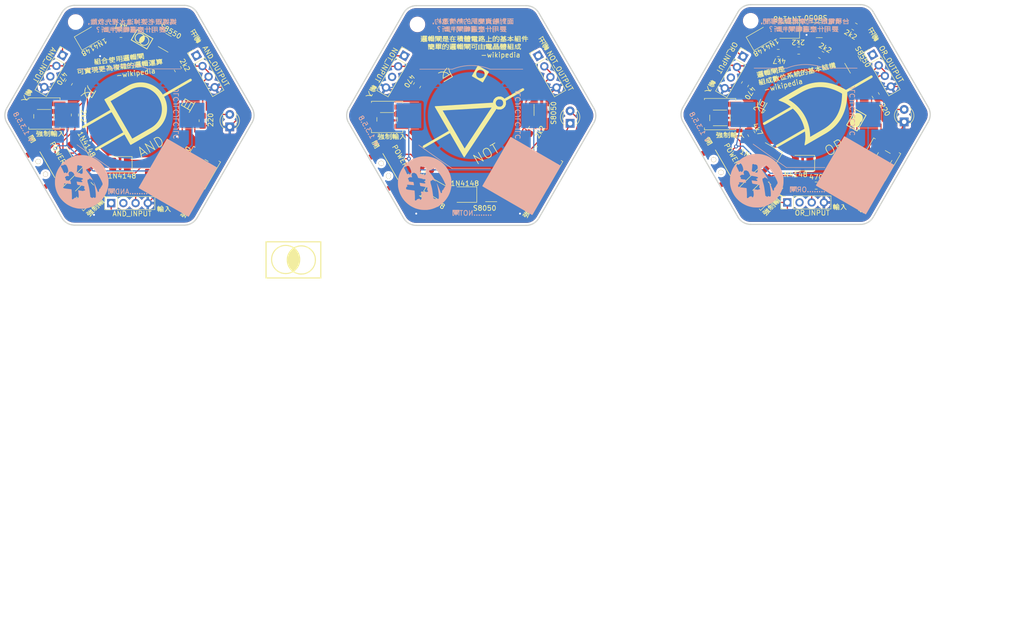
<source format=kicad_pcb>
(kicad_pcb (version 20211014) (generator pcbnew)
  (layers (0 "F.Cu" signal) (31 "B.Cu" signal) (34 "B.Paste" user) (35 "F.Paste" user) (36 "B.SilkS" user "B.Silkscreen") (37 "F.SilkS" user "F.Silkscreen") (38 "B.Mask" user) (39 "F.Mask" user) (44 "Edge.Cuts" user))
  (net 0 "")
  (net 1 "Net-(BT1-Pad1)")
  (net 2 "GNDREF")
  (net 3 "Net-(BT2-Pad1)")
  (net 4 "Net-(Q6-Pad2)")
  (net 5 "Net-(D1-Pad1)")
  (net 6 "Net-(D1-Pad2)")
  (net 7 "Net-(D2-Pad1)")
  (net 8 "Net-(D3-Pad1)")
  (net 9 "Net-(D3-Pad2)")
  (net 10 "Net-(D4-Pad1)")
  (net 11 "Net-(D4-Pad2)")
  (net 12 "Net-(D5-Pad1)")
  (net 13 "Net-(D6-Pad1)")
  (net 14 "Net-(D7-Pad1)")
  (net 15 "Net-(D8-Pad1)")
  (net 16 "Net-(D8-Pad2)")
  (net 17 "Net-(D9-Pad1)")
  (net 18 "Net-(D10-Pad1)")
  (net 19 "Net-(D10-Pad2)")
  (net 20 "Net-(D11-Pad2)")
  (net 21 "Net-(D12-Pad2)")
  (net 22 "Net-(Q1-Pad3)")
  (net 23 "Net-(Q3-Pad3)")
  (net 24 "Net-(Q5-Pad1)")
  (net 25 "Net-(Q6-Pad1)")
  (net 26 "Net-(Q7-Pad1)")
  (net 27 "Net-(BT3-Pad1)")
  (net 40 "Net-(J7-Pad2)")
  (net 42 "Net-(J8-Pad2)")
  (net 44 "Net-(J9-Pad2)")
  (net 45 "GND2")
  (net 46 "GND3")
  (net 47 "Net-(Q7-Pad2)")
  (net 48 "Net-(R10-Pad1)")
  (footprint "Resistor_SMD:R_0805_2012Metric_Pad1.20x1.40mm_HandSolder" (layer "F.Cu") (at 82.391 71.943127)
    (fp_text reference "R3")
    (fp_text value "470")
  )
  (footprint "library:skrp" (layer "F.Cu") (at 231.103655 67.357661 -120)
    (fp_text reference "SW6")
    (fp_text value "強制輸出")
  )
  (footprint "Resistor_SMD:R_0805_2012Metric_Pad1.20x1.40mm_HandSolder" (layer "F.Cu") (at 230.462106 56.163644 -60)
    (fp_text reference "R19")
    (fp_text value "220")
  )
  (footprint "library:MK12C02" (layer "F.Cu") (at 129.928831 71.4 -60)
    (fp_text reference "SW3")
    (fp_text value "POWER")
  )
  (footprint "Connector_PinHeader_2.54mm:PinHeader_1x04_P2.54mm_Vertical" (layer "F.Cu") (at 63.92 47.974031 -30)
    (fp_text reference "J2")
    (fp_text value "AND_INPUT")
  )
  (footprint "Resistor_SMD:R_0805_2012Metric_Pad1.20x1.40mm_HandSolder" (layer "F.Cu") (at 138.493975 71.15 -30)
    (fp_text reference "R8")
    (fp_text value "4k7")
  )
  (footprint "Resistor_SMD:R_0805_2012Metric_Pad1.20x1.40mm_HandSolder" (layer "F.Cu") (at 92.63 61.374927 -90)
    (fp_text reference "R17")
    (fp_text value "220")
  )
  (footprint "Resistor_SMD:R_0805_2012Metric_Pad1.20x1.40mm_HandSolder" (layer "F.Cu") (at 205 64.05 -60)
    (fp_text reference "R12")
    (fp_text value "4k7")
  )
  (footprint "Package_TO_SOT_SMD:SOT-23" (layer "F.Cu") (at 162.05 58.6625 90)
    (fp_text reference "Q5")
    (fp_text value "S8050")
  )
  (footprint "Resistor_SMD:R_0805_2012Metric_Pad1.20x1.40mm_HandSolder" (layer "F.Cu") (at 157.5 67.7 60)
    (fp_text reference "R13")
    (fp_text value "100")
  )
  (footprint "Package_TO_SOT_SMD:SOT-23" (layer "F.Cu") (at 151.2 76.4 180)
    (fp_text reference "Q2")
    (fp_text value "S8050")
  )
  (footprint "Diode_SMD:D_1210_3225Metric_Pad1.42x2.65mm_HandSolder" (layer "F.Cu") (at 212.4125 42.9 180)
    (fp_text reference "D2")
    (fp_text value "1N4148")
  )
  (footprint "library:skrp" (layer "F.Cu") (at 207.205546 73.431193 -135)
    (fp_text reference "SW10")
    (fp_text value "強制輸入")
  )
  (footprint "MountingHole:MountingHole_2.2mm_M2" (layer "F.Cu") (at 204.86 40.9)
    (fp_text reference "H3")
    (fp_text value "MountingHole")
  )
  (footprint "Resistor_SMD:R_0805_2012Metric_Pad1.20x1.40mm_HandSolder" (layer "F.Cu") (at 203.7 53.9 -120)
    (fp_text reference "R2")
    (fp_text value "470")
  )
  (footprint "library:skqg" (layer "F.Cu") (at 231.217949 69.288526 -120)
    (fp_text reference "SW19")
    (fp_text value "強制輸出")
  )
  (footprint "Connector_PinHeader_2.54mm:PinHeader_1x04_P2.54mm_Vertical" (layer "F.Cu") (at 161.346705 48.069927 30)
    (fp_text reference "J7")
    (fp_text value "NOT_OUTPUT")
  )
  (footprint "Diode_SMD:D_1210_3225Metric_Pad1.42x2.65mm_HandSolder" (layer "F.Cu") (at 140.811787 75.65625 -30)
    (fp_text reference "D3")
    (fp_text value "1N4148")
  )
  (footprint "library:skrp" (layer "F.Cu") (at 91.761924 69.185898 -120)
    (fp_text reference "SW5")
    (fp_text value "強制輸出")
  )
  (footprint "library:skqg" (layer "F.Cu") (at 60.2 59.9 180)
    (fp_text reference "SW16")
    (fp_text value "強制輸入")
  )
  (footprint "library:MK12C02" (layer "F.Cu") (at 59.677031 71.026927 -60)
    (fp_text reference "SW1")
    (fp_text value "POWER")
  )
  (footprint "Connector_PinHeader_2.54mm:PinHeader_1x04_P2.54mm_Vertical" (layer "F.Cu") (at 133.911705 48.074031 -30)
    (fp_text reference "J5")
    (fp_text value "NOT_INPUT")
  )
  (footprint "Package_TO_SOT_SMD:SOT-23" (layer "F.Cu") (at 86.6 67.8 60)
    (fp_text reference "Q3")
    (fp_text value "S8050")
  )
  (footprint "Resistor_SMD:R_0805_2012Metric_Pad1.20x1.40mm_HandSolder" (layer "F.Cu") (at 65.2 53.55 -120)
    (fp_text reference "R6")
    (fp_text value "470")
  )
  (footprint "library:skrp" (layer "F.Cu") (at 131.95 59.5 180)
    (fp_text reference "SW11")
    (fp_text value "強制輸入")
  )
  (footprint "library:skqg" (layer "F.Cu") (at 198.6 60.025 180)
    (fp_text reference "SW14")
    (fp_text value "強制輸入")
  )
  (footprint "Resistor_SMD:R_0805_2012Metric_Pad1.20x1.40mm_HandSolder" (layer "F.Cu") (at 214.7 47)
    (fp_text reference "R16")
    (fp_text value "2k2")
  )
  (footprint "Diode_SMD:D_1210_3225Metric_Pad1.42x2.65mm_HandSolder" (layer "F.Cu") (at 75.7 70.3 180)
    (fp_text reference "D7")
    (fp_text value "1N4148")
  )
  (footprint "Resistor_SMD:R_0805_2012Metric_Pad1.20x1.40mm_HandSolder" (layer "F.Cu") (at 219.3 47.9 150)
    (fp_text reference "R7")
    (fp_text value "2k2")
  )
  (footprint "Connector_PinHeader_2.54mm:PinHeader_1x04_P2.54mm_Vertical" (layer "F.Cu") (at 203.3 48.209104 -30)
    (fp_text reference "J1")
    (fp_text value "OR_INPUT")
  )
  (footprint "Resistor_SMD:R_0805_2012Metric_Pad1.20x1.40mm_HandSolder" (layer "F.Cu") (at 87.55 50.810952 120)
    (fp_text reference "R15")
    (fp_text value "2k2")
  )
  (footprint "Connector_PinHeader_2.54mm:PinHeader_1x04_P2.54mm_Vertical" (layer "F.Cu") (at 73.88 78.244927 90)
    (fp_text reference "J4")
    (fp_text value "AND_INPUT")
  )
  (footprint "LED_THT:LED_D3.0mm_Clear" (layer "F.Cu") (at 167.881705 61.904927 90)
    (fp_text reference "D10")
    (fp_text value "LED_Small_Filled")
  )
  (footprint "Connector_PinHeader_2.54mm:PinHeader_1x04_P2.54mm_Vertical" (layer "F.Cu") (at 212.361606 78.110669 90)
    (fp_text reference "J3")
    (fp_text value "OR_INPUT")
  )
  (footprint "Resistor_SMD:R_0805_2012Metric_Pad1.20x1.40mm_HandSolder" (layer "F.Cu") (at 75.89 43.594927 180)
    (fp_text reference "R9")
    (fp_text value "4k7")
  )
  (footprint "library:skqg" (layer "F.Cu") (at 91.9 71 -120)
    (fp_text reference "SW18")
    (fp_text value "強制輸出")
  )
  (footprint "Connector_PinHeader_2.54mm:PinHeader_1x04_P2.54mm_Vertical" (layer "F.Cu") (at 91.335 48.019927 30)
    (fp_text reference "J8")
    (fp_text value "AND_OUTPUT")
  )
  (footprint "library:skqg" (layer "F.Cu") (at 206.9 75.2 -135)
    (fp_text reference "SW15")
    (fp_text value "強制輸入")
  )
  (footprint "Diode_SMD:D_1210_3225Metric_Pad1.42x2.65mm_HandSolder" (layer "F.Cu") (at 146.3 76.5 180)
    (fp_text reference "D6")
    (fp_text value "1N4148")
  )
  (footprint "Package_TO_SOT_SMD:SOT-23" (layer "F.Cu") (at 218.9 42.8)
    (fp_text reference "Q1")
    (fp_text value "S8050")
  )
  (footprint "LED_THT:LED_D3.0mm_Clear" (layer "F.Cu") (at 236.296106 61.606669 90)
    (fp_text reference "D12")
    (fp_text value "LED_Small_Filled")
  )
  (footprint "Diode_SMD:D_1210_3225Metric_Pad1.42x2.65mm_HandSolder" (layer "F.Cu") (at 206.86 44.4 30)
    (fp_text reference "D1")
    (fp_text value "1N4148")
  )
  (footprint "Diode_SMD:D_1210_3225Metric_Pad1.42x2.65mm_HandSolder" (layer "F.Cu") (at 208.45 68.05 150)
    (fp_text reference "D8")
    (fp_text value "1N4148")
  )
  (footprint "LED_THT:LED_D3.0mm_Clear" (layer "F.Cu") (at 98.1644 62.626327 90)
    (fp_text reference "D11")
    (fp_text value "LED_Small_Filled")
  )
  (footprint "Diode_SMD:D_1210_3225Metric_Pad1.42x2.65mm_HandSolder" (layer "F.Cu") (at 69.251787 44.338677 30)
    (fp_text reference "D4")
    (fp_text value "1N4148")
  )
  (footprint "Resistor_SMD:R_0805_2012Metric_Pad1.20x1.40mm_HandSolder" (layer "F.Cu") (at 136.531705 54.120952 -120)
    (fp_text reference "R5")
    (fp_text value "470")
  )
  (footprint "library:skqg" (layer "F.Cu") (at 68.2 75.3 -135)
    (fp_text reference "SW17")
    (fp_text value "強制輸入")
  )
  (footprint "Package_TO_SOT_SMD:SOT-23" (layer "F.Cu") (at 84.86 45.15 150)
    (fp_text reference "Q6")
    (fp_text value "S8550")
  )
  (footprint "Connector_PinHeader_2.54mm:PinHeader_1x04_P2.54mm_Vertical" (layer "F.Cu") (at 229.834106 47.865669 30)
    (fp_text reference "J9")
    (fp_text value "OR_OUTPUT")
  )
  (footprint "Diode_SMD:D_1210_3225Metric_Pad1.42x2.65mm_HandSolder" (layer "F.Cu") (at 66.85 67.35 120)
    (fp_text reference "D5")
    (fp_text value "1N4148")
  )
  (footprint "library:skqg" (layer "F.Cu") (at 130.4 60.6 180)
    (fp_text reference "SW13")
    (fp_text value "強制輸入")
  )
  (footprint "Diode_SMD:D_1210_3225Metric_Pad1.42x2.65mm_HandSolder" (layer "F.Cu") (at 215.5 70.05 180)
    (fp_text reference "D9")
    (fp_text value "1N4148")
  )
  (footprint "library:skrp" (layer "F.Cu") (at 200.125 59 180)
    (fp_text reference "SW9")
    (fp_text value "強制輸入")
  )
  (footprint "Resistor_SMD:R_0805_2012Metric_Pad1.20x1.40mm_HandSolder" (layer "F.Cu") (at 226.133975 42.1 -30)
    (fp_text reference "R18")
    (fp_text value "2k2")
  )
  (footprint "library:skrp" (layer "F.Cu") (at 68.504163 73.547309 -135)
    (fp_text reference "SW8")
    (fp_text value "強制輸入")
  )
  (footprint "library:skqg" (layer "F.Cu") (at 162 70.9 -120)
    (fp_text reference "SW12")
    (fp_text value "強制輸出")
  )
  (footprint "library:skrp" (layer "F.Cu") (at 161.890385 69.129423 -120)
    (fp_text reference "SW4")
    (fp_text value "強制輸出")
  )
  (footprint "Resistor_SMD:R_0805_2012Metric_Pad1.20x1.40mm_HandSolder" (layer "F.Cu") (at 66.45 60.2 90)
    (fp_text reference "R11")
    (fp_text value "2k2")
  )
  (footprint "Resistor_SMD:R_0805_2012Metric_Pad1.20x1.40mm_HandSolder" (layer "F.Cu") (at 160.1 63.066025 60)
    (fp_text reference "R14")
    (fp_text value "2k2")
  )
  (footprint "Package_TO_SOT_SMD:SOT-23" (layer "F.Cu") (at 223.3 71.95 30)
    (fp_text reference "Q4")
    (fp_text value "S8050")
  )
  (footprint "Resistor_SMD:R_0805_2012Metric_Pad1.20x1.40mm_HandSolder" (layer "F.Cu") (at 154.7 73.4 180)
    (fp_text reference "R10")
    (fp_text value "470")
  )
  (footprint "MountingHole:MountingHole_2.2mm_M2" (layer "F.Cu") (at 66.61 41.15)
    (fp_text reference "H1")
    (fp_text value "MountingHole")
  )
  (footprint "library:MK12C02" (layer "F.Cu") (at 198.027937 70.650669 -60)
    (fp_text reference "SW2")
    (fp_text value "POWER")
  )
  (footprint "Resistor_SMD:R_0805_2012Metric_Pad1.20x1.40mm_HandSolder" (layer "F.Cu") (at 210.5 47.5 180)
    (fp_text reference "R4")
    (fp_text value "4k7")
  )
  (footprint "Package_TO_SOT_SMD:SOT-23" (layer "F.Cu") (at 225.8 49.4 120)
    (fp_text reference "Q7")
    (fp_text value "S8550")
  )
  (footprint "library:skrp" (layer "F.Cu") (at 61.675 58.875 180)
    (fp_text reference "SW7")
    (fp_text value "強制輸入")
  )
  (footprint "Resistor_SMD:R_0805_2012Metric_Pad1.20x1.40mm_HandSolder" (layer "F.Cu") (at 218.271606 74.660669)
    (fp_text reference "R1")
    (fp_text value "470")
  )
  (footprint "MountingHole:MountingHole_2.2mm_M2" (layer "F.Cu") (at 136.61 41.65)
    (fp_text reference "H2")
    (fp_text value "MountingHole")
  )
  (footprint "library:acomp" (layer "B.Cu") (at 138.11 74.15 180)
    (fp_text reference "G***")
    (fp_text value "LOGO" hide)
  )
  (footprint "Battery:BatteryHolder_Keystone_3002_1x2032" (layer "B.Cu") (at 216.111606 60.110669 180)
    (fp_text reference "BT1")
    (fp_text value "CR2032")
  )
  (footprint "library:acomp" (layer "B.Cu") (at 206.11 73.65 180)
    (fp_text reference "G***")
    (fp_text value "LOGO" hide)
  )
  (footprint "Battery:BatteryHolder_Keystone_3002_1x2032" (layer "B.Cu") (at 77.63 60.264927 180)
    (fp_text reference "BT3")
    (fp_text value "CR2032")
  )
  (footprint "Battery:BatteryHolder_Keystone_3002_1x2032" (layer "B.Cu") (at 147.636705 60.319927 180)
    (fp_text reference "BT2")
    (fp_text value "CR2032")
  )
  (footprint "library:acomp" (layer "B.Cu") (at 67.86 73.9 180)
    (fp_text reference "G***")
    (fp_text value "LOGO" hide)
  )
  (gr_poly (pts (xy 218.323116 74.611089) (xy 228.41976 80.440389) (xy 234.160159 70.497725) (xy 224.063516 64.668425)) (layer "B.SilkS") (width 0.2) (fill solid))
  (gr_poly (pts (xy 79.607299 75.105958) (xy 89.703943 80.935258) (xy 95.444342 70.992594) (xy 85.347699 65.163294)) (layer "B.SilkS") (width 0.2) (fill solid))
  (gr_poly (pts (xy 150.000305 74.747289) (xy 160.096949 80.576589) (xy 165.837348 70.633925) (xy 155.740705 64.804625)) (layer "B.SilkS") (width 0.2) (fill solid))
  (gr_line (start 154.466708 57.751418) (end 154.464493 57.819899) (layer "F.SilkS") (width 0.529166))
  (gr_line (start 154.246767 58.397335) (end 154.202533 58.451012) (layer "F.SilkS") (width 0.529166))
  (gr_line (start 154.104725 58.548413) (end 154.051536 58.591913) (layer "F.SilkS") (width 0.529166))
  (gr_line (start 153.33785 56.695429) (end 153.408376 56.693083) (layer "F.SilkS") (width 0.529166))
  (gr_line (start 153.233743 58.795266) (end 153.199589 58.788975) (layer "F.SilkS") (width 0.529166))
  (gr_line (start 153.066332 58.75297) (end 153.033982 58.74133) (layer "F.SilkS") (width 0.529166))
  (gr_poly (pts (xy 227.582147 61.369714) (xy 227.549961 61.414858) (xy 227.515654 61.45812) (xy 227.479441 61.499211) (xy 227.441537 61.537848) (xy 227.402159 61.573744) (xy 227.361518 61.606611) (xy 227.319836 61.63616) (xy 227.277322 61.662108) (xy 227.234196 61.684169) (xy 227.2 61.7) (xy 227.191612 61.791921) (xy 227.188361 61.824678) (xy 227.184679 61.855791) (xy 227.1805 61.885449) (xy 227.175768 61.913839) (xy 227.170421 61.941158) (xy 227.164398 61.967587) (xy 227.157641 61.993324) (xy 227.150086 62.018551) (xy 227.141676 62.043464) (xy 227.132348 62.068249) (xy 227.122044 62.093098) (xy 227.1107 62.1182) (xy 227.098261 62.143743) (xy 227.084662 62.169918) (xy 227.069844 62.196915) (xy 227.053747 62.224924) (xy 227.026028 62.269302) (xy 226.996234 62.311611) (xy 226.964473 62.351825) (xy 226.930847 62.389927) (xy 226.895466 62.425893) (xy 226.858431 62.459701) (xy 226.819849 62.491332) (xy 226.779826 62.520763) (xy 226.738466 62.54797) (xy 226.695876 62.572935) (xy 226.652161 62.595635) (xy 226.607424 62.616047) (xy 226.561775 62.634151) (xy 226.515313 62.649925) (xy 226.46815 62.663345) (xy 226.420385 62.674392) (xy 226.37213 62.683044) (xy 226.323486 62.689279) (xy 226.274558 62.693074) (xy 226.225456 62.69441) (xy 226.17628 62.693263) (xy 226.127137 62.689613) (xy 226.078133 62.683435) (xy 226.029374 62.674712) (xy 225.980963 62.66342) (xy 225.933009 62.649535) (xy 225.885613 62.633041) (xy 225.838884 62.613912) (xy 225.792928 62.592125) (xy 225.747847 62.567663) (xy 225.703747 62.540501) (xy 225.660734 62.510617) (xy 225.611069 62.471633) (xy 225.564505 62.430151) (xy 225.52109 62.386278) (xy 225.480873 62.340116) (xy 225.443902 62.291773) (xy 225.410223 62.241351) (xy 225.379885 62.188956) (xy 225.352937 62.134693) (xy 225.329425 62.078667) (xy 225.309399 62.020981) (xy 225.292905 61.961743) (xy 225.279989 61.901059) (xy 225.270706 61.839028) (xy 225.265095 61.77576) (xy 225.263209 61.711357) (xy 225.265095 61.645928) (xy 225.266298 61.629594) (xy 225.268064 61.612621) (xy 225.270375 61.595071) (xy 225.273213 61.57701) (xy 225.276564 61.558503) (xy 225.280407 61.539615) (xy 225.284729 61.520415) (xy 225.28951 61.500964) (xy 225.300386 61.461578) (xy 225.312893 61.421981) (xy 225.31972 61.402267) (xy 225.326903 61.382696) (xy 225.334428 61.363336) (xy 225.342275 61.344249) (xy 225.35622 61.311825) (xy 225.368464 61.284706) (xy 225.379869 61.261404) (xy 225.385525 61.250719) (xy 225.391293 61.240427) (xy 225.397282 61.230343) (xy 225.403596 61.220282) (xy 225.417642 61.199481) (xy 225.434284 61.17653) (xy 225.45439 61.149939) (xy 225.454586 61.14963) (xy 225.471252 61.128606) (xy 225.489017 61.107562) (xy 225.507744 61.086611) (xy 225.527303 61.065872) (xy 225.547555 61.045454) (xy 225.568369 61.025474) (xy 225.589608 61.006046) (xy 225.61114 60.987285) (xy 225.632829 60.969302) (xy 225.654538 60.952215) (xy 225.676135 60.936134) (xy 225.697486 60.921178) (xy 225.718456 60.90746) (xy 225.73891 60.895092) (xy 225.758713 60.884191) (xy 225.77773 60.87487) (xy 225.815547 60.857555) (xy 225.820775 60.777092) (xy 225.825152 60.728186) (xy 225.831871 60.679777) (xy 225.840884 60.631962) (xy 225.852148 60.584836) (xy 225.865613 60.538493) (xy 225.881234 60.493034) (xy 225.898967 60.448548) (xy 225.91876 60.405137) (xy 225.940571 60.362891) (xy 225.964351 60.321911) (xy 225.990055 60.282289) (xy 226.017636 60.244121) (xy 226.047049 60.207506) (xy 226.078245 60.172535) (xy 226.11118 60.139308) (xy 226.145806 60.10792) (xy 226.173609 60.08508) (xy 226.205458 60.060628) (xy 226.239325 60.035944) (xy 226.273183 60.0124) (xy 226.305003 59.991374) (xy 226.332757 59.974243) (xy 226.354414 59.962384) (xy 226.362323 59.958859) (xy 226.367946 59.95717) (xy 226.369153 59.956936) (xy 226.370888 59.956468) (xy 226.373123 59.955781) (xy 226.375822 59.954886) (xy 226.382495 59.952529) (xy 226.390645 59.949504) (xy 226.400019 59.945909) (xy 226.410365 59.941858) (xy 226.421422 59.937451) (xy 226.432937 59.932798) (xy 226.44714 59.927288) (xy 226.462725 59.921728) (xy 226.479504 59.916164) (xy 226.497276 59.910643) (xy 226.535 59.899922) (xy 226.574323 59.889944) (xy 226.613657 59.881092) (xy 226.651423 59.873743) (xy 226.669223 59.870753) (xy 226.686039 59.868281) (xy 226.701669 59.866375) (xy 226.71592 59.865081) (xy 226.74394 59.863695) (xy 226.775075 59.863206) (xy 226.807592 59.863531) (xy 226.839759 59.864598) (xy 226.86984 59.866328) (xy 226.8961 59.868644) (xy 226.907256 59.869998) (xy 226.916806 59.871469) (xy 226.924535 59.873048) (xy 226.930224 59.874726) (xy 226.932254 59.875398) (xy 226.93448 59.876058) (xy 226.939435 59.877329) (xy 226.944907 59.878509) (xy 226.950719 59.879573) (xy 226.95669 59.880487) (xy 226.962642 59.881232) (xy 226.968397 59.881774) (xy 226.973773 59.88209) (xy 226.984106 59.882896) (xy 226.996496 59.88491) (xy 227.010722 59.888045) (xy 227.026565 59.892219) (xy 227.043804 59.897344) (xy 227.062219 59.90334) (xy 227.081589 59.910119) (xy 227.101698 59.917598) (xy 227.143238 59.93432) (xy 227.185083 59.95283) (xy 227.205568 59.962546) (xy 227.225469 59.972455) (xy 227.244564 59.982473) (xy 227.262634 59.992517) (xy 227.288082 60.007565) (xy 227.312918 60.023113) (xy 227.337118 60.039138) (xy 227.36066 60.055623) (xy 227.383517 60.072541) (xy 227.405666 60.089874) (xy 227.427082 60.1076) (xy 227.447741 60.125698) (xy 227.467619 60.144147) (xy 227.486691 60.162926) (xy 227.504933 60.182009) (xy 227.522321 60.201382) (xy 227.53883 60.22102) (xy 227.554437 60.240901) (xy 227.569117 60.261005) (xy 227.582845 60.281309) (xy 227.599905 60.309037) (xy 227.617989 60.340934) (xy 227.636073 60.374905) (xy 227.653137 60.408858) (xy 227.668162 60.440694) (xy 227.680127 60.468324) (xy 227.684642 60.479904) (xy 227.688009 60.489648) (xy 227.690102 60.497293) (xy 227.69079 60.502577) (xy 227.6908 60.504518) (xy 227.690889 60.506467) (xy 227.691054 60.508419) (xy 227.69129 60.510355) (xy 227.691593 60.512263) (xy 227.691961 60.514131) (xy 227.69239 60.515946) (xy 227.692872 60.517695) (xy 227.693409 60.519367) (xy 227.69399 60.520948) (xy 227.694619 60.522422) (xy 227.695287 60.523783) (xy 227.695993 60.525013) (xy 227.696729 60.526102) (xy 227.697497 60.527034) (xy 227.697889 60.527439) (xy 227.698286 60.5278) (xy 227.698638 60.528124) (xy 227.698972 60.528463) (xy 227.699288 60.52882) (xy 227.699586 60.529188) (xy 227.699866 60.529569) (xy 227.700126 60.529964) (xy 227.700369 60.53037) (xy 227.700591 60.530782) (xy 227.700792 60.531204) (xy 227.700974 60.531635) (xy 227.701135 60.532071) (xy 227.701274 60.532512) (xy 227.701391 60.532957) (xy 227.701486 60.533404) (xy 227.701558 60.533853) (xy 227.701608 60.534304) (xy 227.701633 60.534754) (xy 227.701637 60.5352) (xy 227.701614 60.535645) (xy 227.701568 60.536087) (xy 227.701498 60.536522) (xy 227.701401 60.536952) (xy 227.701279 60.537373) (xy 227.701131 60.537788) (xy 227.700956 60.538191) (xy 227.700752 60.538586) (xy 227.700524 60.538966) (xy 227.700267 60.539334) (xy 227.699981 60.539691) (xy 227.699667 60.540029) (xy 227.699323 60.540352) (xy 227.698949 60.540659) (xy 227.698575 60.540969) (xy 227.698239 60.541276) (xy 227.697946 60.541582) (xy 227.697691 60.541881) (xy 227.697477 60.542177) (xy 227.6973 60.542467) (xy 227.69716 60.542752) (xy 227.697057 60.543031) (xy 227.69699 60.543303) (xy 227.696958 60.54357) (xy 227.696961 60.543828) (xy 227.696996 60.544078) (xy 227.697065 60.54432) (xy 227.697165 60.544554) (xy 227.697295 60.544779) (xy 227.697458 60.544993) (xy 227.697649 60.545198) (xy 227.697869 60.545394) (xy 227.698116 60.545578) (xy 227.698391 60.54575) (xy 227.698692 60.545909) (xy 227.699019 60.546058) (xy 227.69937 60.546194) (xy 227.699745 60.546315) (xy 227.700142 60.546425) (xy 227.700564 60.546518) (xy 227.701006 60.546598) (xy 227.701468 60.546664) (xy 227.701953 60.546714) (xy 227.702454 60.546745) (xy 227.702973 60.546763) (xy 227.703513 60.546763) (xy 227.704769 60.547148) (xy 227.706151 60.548403) (xy 227.707647 60.550478) (xy 227.709242 60.553317) (xy 227.712685 60.561062) (xy 227.716379 60.571202) (xy 227.720223 60.583294) (xy 227.724117 60.596901) (xy 227.72796 60.611583) (xy 227.731653 60.626896) (xy 227.735091 60.642407) (xy 227.738177 60.657672) (xy 227.74081 60.672251) (xy 227.742889 60.685709) (xy 227.744314 60.697599) (xy 227.744981 60.707487) (xy 227.745003 60.711541) (xy 227.744796 60.71493) (xy 227.744349 60.717598) (xy 227.743651 60.71949) (xy 227.74339 60.720015) (xy 227.74315 60.72061) (xy 227.742939 60.721272) (xy 227.74275 60.721997) (xy 227.742443 60.723631) (xy 227.742227 60.725491) (xy 227.7421 60.72756) (xy 227.742057 60.729814) (xy 227.742095 60.73224) (xy 227.742213 60.73481) (xy 227.742406 60.73751) (xy 227.742669 60.74032) (xy 227.743001 60.743217) (xy 227.743398 60.746187) (xy 227.743859 60.749203) (xy 227.744376 60.752253) (xy 227.744951 60.75531) (xy 227.745576 60.758361) (xy 227.747439 60.768169) (xy 227.748898 60.779341) (xy 227.749958 60.791781) (xy 227.750626 60.80539) (xy 227.750905 60.820075) (xy 227.750802 60.835741) (xy 227.750324 60.852287) (xy 227.749472 60.869621) (xy 227.748256 60.887644) (xy 227.746679 60.906263) (xy 227.744747 60.925381) (xy 227.742466 60.9449) (xy 227.739838 60.964727) (xy 227.736875 60.984762) (xy 227.733576 61.004912) (xy 227.72995 61.02508) (xy 227.718646 61.075374) (xy 227.703712 61.125792) (xy 227.685365 61.176048) (xy 227.663819 61.225856) (xy 227.639291 61.274926) (xy 227.611995 61.322974)) (layer "F.SilkS") (width 0.15) (fill solid))
  (gr_line (start 154.051534 56.910918) (end 154.078468 56.932224) (layer "F.SilkS") (width 0.529166))
  (gr_line (start 152.369983 57.546859) (end 152.38549 57.479708) (layer "F.SilkS") (width 0.529166))
  (gr_line (start 154.267628 57.133533) (end 154.287624 57.162346) (layer "F.SilkS") (width 0.529166))
  (gr_line (start 153.408376 56.693083) (end 153.443736 56.693672) (layer "F.SilkS") (width 0.529166))
  (gr_line (start 153.684513 56.729716) (end 153.71766 56.739262) (layer "F.SilkS") (width 0.529166))
  (gr_line (start 154.32492 58.280582) (end 154.287625 58.340487) (layer "F.SilkS") (width 0.529166))
  (gr_line (start 152.614218 58.451013) (end 152.591693 58.424574) (layer "F.SilkS") (width 0.529166))
  (gr_line (start 154.431262 58.023125) (end 154.411321 58.089381) (layer "F.SilkS") (width 0.529166))
  (gr_poly (pts (xy 79.203108 42.694063) (xy 82.435638 44.560364) (xy 82.419266 44.588724) (xy 82.390909 44.572351) (xy 79.215094 42.738794) (xy 78.009092 44.82765) (xy 81.184906 46.661207) (xy 82.390909 44.572351) (xy 82.419266 44.588724) (xy 81.196892 46.705938) (xy 77.964362 44.839636)) (layer "F.SilkS") (width 0.15) (fill solid))
  (gr_line (start 153.132239 58.773116) (end 153.099092 58.763571) (layer "F.SilkS") (width 0.529166))
  (gr_line (start 152.352258 57.819899) (end 152.350042 57.751417) (layer "F.SilkS") (width 0.529166))
  (gr_poly (pts (xy 140.881443 58.463017) (xy 152.309729 57.761892) (xy 152.906107 58.612871) (xy 146.528645 68.244257) (xy 146.185951 68.766721) (xy 140.894286 59.601283) (xy 141.606674 59.189984) (xy 146.261687 67.252703) (xy 151.990381 58.570096) (xy 141.606674 59.189984) (xy 140.894286 59.601283) (xy 140.257631 58.498566)) (layer "F.SilkS") (width 0.2) (fill solid))
  (gr_line (start 153.443736 56.693672) (end 153.478903 56.695426) (layer "F.SilkS") (width 0.529166))
  (gr_line (start 154.464493 57.819899) (end 154.457845 57.888161) (layer "F.SilkS") (width 0.529166))
  (gr_line (start 153.132238 56.729719) (end 153.199587 56.713858) (layer "F.SilkS") (width 0.529166))
  (gr_line (start 153.548561 56.702389) (end 153.583007 56.707567) (layer "F.SilkS") (width 0.529166))
  (gr_line (start 154.457846 57.614671) (end 154.464494 57.682936) (layer "F.SilkS") (width 0.529166))
  (gr_line (start 152.909153 58.684609) (end 152.879209 58.667961) (layer "F.SilkS") (width 0.529166))
  (gr_line (start 152.879209 56.834873) (end 152.939624 56.802551) (layer "F.SilkS") (width 0.529166))
  (gr_line (start 152.40543 58.089379) (end 152.38549 58.023121) (layer "F.SilkS") (width 0.529166))
  (gr_line (start 153.846146 56.787864) (end 153.877126 56.802552) (layer "F.SilkS") (width 0.529166))
  (gr_line (start 154.386952 57.34831) (end 154.411322 57.413452) (layer "F.SilkS") (width 0.529166))
  (gr_line (start 153.408375 58.809752) (end 153.408375 58.809752) (layer "F.SilkS") (width 0.529166))
  (gr_line (start 152.491831 57.222249) (end 152.491831 57.222249) (layer "F.SilkS") (width 0.529166))
  (gr_line (start 152.358905 57.614672) (end 152.369983 57.546859) (layer "F.SilkS") (width 0.529166))
  (gr_line (start 152.821009 58.631799) (end 152.792799 58.612314) (layer "F.SilkS") (width 0.529166))
  (gr_line (start 152.637538 58.476625) (end 152.614218 58.451013) (layer "F.SilkS") (width 0.529166))
  (gr_line (start 153.78277 56.761502) (end 153.814687 56.774176) (layer "F.SilkS") (width 0.529166))
  (gr_line (start 153.513853 56.698337) (end 153.548561 56.702389) (layer "F.SilkS") (width 0.529166))
  (gr_line (start 153.877126 58.700284) (end 153.814686 58.728658) (layer "F.SilkS") (width 0.529166))
  (gr_line (start 153.995742 56.871033) (end 154.023949 56.890517) (layer "F.SilkS") (width 0.529166))
  (gr_line (start 154.431261 57.47971) (end 154.446769 57.546856) (layer "F.SilkS") (width 0.529166))
  (gr_line (start 152.569987 58.397335) (end 152.549123 58.369302) (layer "F.SilkS") (width 0.529166))
  (gr_line (start 153.478903 56.695426) (end 153.513853 56.698337) (layer "F.SilkS") (width 0.529166))
  (gr_line (start 153.033982 58.74133) (end 153.002065 58.728656) (layer "F.SilkS") (width 0.529166))
  (gr_line (start 154.32492 58.280582) (end 154.32492 58.280582) (layer "F.SilkS") (width 0.529166))
  (gr_line (start 154.386951 58.154525) (end 154.35815 58.218332) (layer "F.SilkS") (width 0.529166))
  (gr_line (start 154.324917 57.222251) (end 154.324917 57.222251) (layer "F.SilkS") (width 0.529166))
  (gr_line (start 154.078468 56.932224) (end 154.104726 56.954422) (layer "F.SilkS") (width 0.529166))
  (gr_line (start 152.549123 58.369302) (end 152.529125 58.340486) (layer "F.SilkS") (width 0.529166))
  (gr_line (start 153.877126 56.802552) (end 153.907597 56.818224) (layer "F.SilkS") (width 0.529166))
  (gr_line (start 153.684512 58.773114) (end 153.617162 58.788977) (layer "F.SilkS") (width 0.529166))
  (gr_poly (pts (xy 116.859452 93.630796) (xy 105.548523 93.630796) (xy 105.548524 93.531583) (xy 105.647767 93.531583) (xy 116.760254 93.531583) (xy 116.760254 86.222471) (xy 105.647767 86.222471) (xy 105.647767 93.531583) (xy 105.548524 93.531583) (xy 105.548531 89.877027) (xy 105.548531 86.123243) (xy 116.859452 86.123243)) (layer "F.SilkS") (width 0.15) (fill solid))
  (gr_line (start 152.569983 57.105498) (end 152.614216 57.051818) (layer "F.SilkS") (width 0.529166))
  (gr_line (start 154.446769 57.955978) (end 154.431262 58.023125) (layer "F.SilkS") (width 0.529166))
  (gr_line (start 152.712025 58.548414) (end 152.686465 58.52534) (layer "F.SilkS") (width 0.529166))
  (gr_line (start 152.458601 58.218334) (end 152.429801 58.154523) (layer "F.SilkS") (width 0.529166))
  (gr_line (start 152.765218 58.591913) (end 152.738284 58.570608) (layer "F.SilkS") (width 0.529166))
  (gr_line (start 152.765217 56.910919) (end 152.821008 56.871034) (layer "F.SilkS") (width 0.529166))
  (gr_line (start 153.966931 56.852481) (end 153.995742 56.871033) (layer "F.SilkS") (width 0.529166))
  (gr_line (start 152.491831 58.280584) (end 152.491831 58.280584) (layer "F.SilkS") (width 0.529166))
  (gr_line (start 152.939624 56.802551) (end 153.002066 56.774175) (layer "F.SilkS") (width 0.529166))
  (gr_line (start 152.738284 58.570608) (end 152.712025 58.548414) (layer "F.SilkS") (width 0.529166))
  (gr_line (start 153.099092 58.763571) (end 153.066332 58.75297) (layer "F.SilkS") (width 0.529166))
  (gr_line (start 153.408376 56.693083) (end 153.408376 56.693083) (layer "F.SilkS") (width 0.529166))
  (gr_line (start 152.939625 58.700282) (end 152.909153 58.684609) (layer "F.SilkS") (width 0.529166))
  (gr_line (start 153.750416 56.74986) (end 153.78277 56.761502) (layer "F.SilkS") (width 0.529166))
  (gr_line (start 153.373016 58.809162) (end 153.337849 58.807405) (layer "F.SilkS") (width 0.529166))
  (gr_line (start 213.592515 58.531793) (end 207.634982 61.971376) (layer "F.SilkS") (width 0.529166))
  (gr_line (start 152.38549 57.479708) (end 152.40543 57.413452) (layer "F.SilkS") (width 0.529166))
  (gr_line (start 154.457845 57.888161) (end 154.446769 57.955978) (layer "F.SilkS") (width 0.529166))
  (gr_line (start 152.529126 57.162346) (end 152.569983 57.105498) (layer "F.SilkS") (width 0.529166))
  (gr_line (start 153.617162 58.788977) (end 153.54856 58.800443) (layer "F.SilkS") (width 0.529166))
  (gr_line (start 152.686465 58.52534) (end 152.661628 58.501406) (layer "F.SilkS") (width 0.529166))
  (gr_line (start 84.402905 56.343193) (end 90.131301 53.035902) (layer "F.SilkS") (width 0.529166))
  (gr_line (start 154.202533 58.451012) (end 154.155124 58.501406) (layer "F.SilkS") (width 0.529166))
  (gr_line (start 153.066332 56.749858) (end 153.132238 56.729719) (layer "F.SilkS") (width 0.529166))
  (gr_line (start 152.84982 58.650354) (end 152.821009 58.631799) (layer "F.SilkS") (width 0.529166))
  (gr_line (start 153.71766 56.739262) (end 153.750416 56.74986) (layer "F.SilkS") (width 0.529166))
  (gr_line (start 152.792799 58.612314) (end 152.765218 58.591913) (layer "F.SilkS") (width 0.529166))
  (gr_line (start 223.851731 55.663777) (end 229.580127 52.356486) (layer "F.SilkS") (width 0.529166))
  (gr_line (start 154.246764 57.105498) (end 154.267628 57.133533) (layer "F.SilkS") (width 0.529166))
  (gr_line (start 152.352258 57.682933) (end 152.358905 57.614672) (layer "F.SilkS") (width 0.529166))
  (gr_line (start 152.821008 56.871034) (end 152.879209 56.834873) (layer "F.SilkS") (width 0.529166))
  (gr_line (start 154.411321 58.089381) (end 154.386951 58.154525) (layer "F.SilkS") (width 0.529166))
  (gr_line (start 153.937542 58.667959) (end 153.877126 58.700284) (layer "F.SilkS") (width 0.529166))
  (gr_line (start 154.023949 56.890517) (end 154.051534 56.910918) (layer "F.SilkS") (width 0.529166))
  (gr_line (start 152.529125 58.340486) (end 152.510022 58.310908) (layer "F.SilkS") (width 0.529166))
  (gr_line (start 153.750417 58.752972) (end 153.684512 58.773114) (layer "F.SilkS") (width 0.529166))
  (gr_line (start 152.429801 58.154523) (end 152.40543 58.089379) (layer "F.SilkS") (width 0.529166))
  (gr_line (start 152.661628 58.501406) (end 152.637538 58.476625) (layer "F.SilkS") (width 0.529166))
  (gr_poly (pts (xy 224.494675 62.265614) (xy 226.360976 59.033084) (xy 226.389335 59.049456) (xy 226.372963 59.077813) (xy 224.539398 62.253641) (xy 226.628254 63.459643) (xy 228.461819 60.283816) (xy 226.372963 59.077813) (xy 226.389335 59.049456) (xy 228.50655 60.271829) (xy 226.640248 63.504361)) (layer "F.SilkS") (width 0.15) (fill solid))
  (gr_line (start 154.179214 57.026206) (end 154.202534 57.051824) (layer "F.SilkS") (width 0.529166))
  (gr_line (start 143.450927 63.50035) (end 137.951667 66.675352) (layer "F.SilkS") (width 0.529166))
  (gr_poly (pts (xy 80.119628 45.797834) (xy 80.071154 45.76495) (xy 80.024783 45.729303) (xy 79.98071 45.691018) (xy 79.939131 45.65022) (xy 79.900237 45.607032) (xy 79.864223 45.561573) (xy 79.831283 45.513969) (xy 79.801609 45.464345) (xy 79.765641 45.399232) (xy 79.675252 45.391393) (xy 79.606527 45.383311) (xy 79.539588 45.371144) (xy 79.474556 45.354975) (xy 79.411553 45.334893) (xy 79.350699 45.310982) (xy 79.292118 45.283325) (xy 79.235932 45.25201) (xy 79.182262 45.217121) (xy 79.131232 45.178745) (xy 79.082959 45.136967) (xy 79.03757 45.091872) (xy 78.995184 45.043545) (xy 78.955923 44.992072) (xy 78.91991 44.937537) (xy 78.887266 44.880027) (xy 78.858114 44.819627) (xy 78.831677 44.753932) (xy 78.810313 44.688077) (xy 78.793892 44.622229) (xy 78.782285 44.556557) (xy 78.775364 44.491229) (xy 78.773001 44.426413) (xy 78.775065 44.362276) (xy 78.781432 44.298989) (xy 78.791966 44.236719) (xy 78.806543 44.175634) (xy 78.825035 44.115902) (xy 78.84731 44.057692) (xy 78.873242 44.001171) (xy 78.902699 43.946509) (xy 78.935556 43.893872) (xy 78.971683 43.843432) (xy 79.010949 43.795354) (xy 79.053229 43.749806) (xy 79.098391 43.706959) (xy 79.146307 43.666979) (xy 79.19685 43.630035) (xy 79.249889 43.596294) (xy 79.305298 43.565926) (xy 79.362945 43.539099) (xy 79.422703 43.515981) (xy 79.484443 43.496739) (xy 79.548036 43.481544) (xy 79.613355 43.470561) (xy 79.680269 43.463961) (xy 79.748649 43.461911) (xy 79.818368 43.464579) (xy 79.889297 43.472132) (xy 79.91538 43.476385) (xy 79.942258 43.481882) (xy 79.969788 43.488561) (xy 79.997823 43.496365) (xy 80.026222 43.505231) (xy 80.054837 43.515096) (xy 80.083525 43.525904) (xy 80.112141 43.53759) (xy 80.140542 43.550094) (xy 80.168581 43.563355) (xy 80.196116 43.577312) (xy 80.223001 43.591905) (xy 80.249091 43.607073) (xy 80.274243 43.622753) (xy 80.298313 43.638887) (xy 80.321153 43.655411) (xy 80.321106 43.655401) (xy 80.341488 43.671322) (xy 80.361995 43.688469) (xy 80.382505 43.7067) (xy 80.402892 43.72587) (xy 80.42304 43.745835) (xy 80.442822 43.76645) (xy 80.462116 43.787571) (xy 80.480801 43.809053) (xy 80.498753 43.830754) (xy 80.515849 43.852527) (xy 80.531968 43.874227) (xy 80.546986 43.895715) (xy 80.560782 43.916843) (xy 80.573233 43.937466) (xy 80.584216 43.957442) (xy 80.593609 43.976626) (xy 80.610667 44.014066) (xy 80.714997 44.02257) (xy 80.761642 44.027494) (xy 80.807687 44.034566) (xy 80.853093 44.043769) (xy 80.897818 44.055081) (xy 80.941818 44.06848) (xy 80.985051 44.083945) (xy 81.027478 44.101455) (xy 81.069052 44.120989) (xy 81.109735 44.142526) (xy 81.149486 44.166047) (xy 81.18826 44.191528) (xy 81.226015 44.218952) (xy 81.262711 44.248294) (xy 81.298307 44.279533) (xy 81.332757 44.312653) (xy 81.366023 44.347627) (xy 81.377863 44.361162) (xy 81.390097 44.376116) (xy 81.402603 44.392283) (xy 81.415255 44.409459) (xy 81.440495 44.446022) (xy 81.464815 44.484173) (xy 81.487213 44.522281) (xy 81.49738 44.540808) (xy 81.50669 44.55871) (xy 81.515019 44.575786) (xy 81.522242 44.591831) (xy 81.528235 44.606638) (xy 81.532871 44.620009) (xy 81.536395 44.631005) (xy 81.539815 44.641047) (xy 81.543044 44.649929) (xy 81.546001 44.657445) (xy 81.548603 44.663393) (xy 81.549745 44.665714) (xy 81.550766 44.667566) (xy 81.551657 44.668922) (xy 81.552407 44.669757) (xy 81.552726 44.669974) (xy 81.553006 44.670049) (xy 81.553244 44.669981) (xy 81.553441 44.669767) (xy 81.554266 44.669124) (xy 81.555244 44.669613) (xy 81.556364 44.671177) (xy 81.557615 44.67376) (xy 81.560472 44.681758) (xy 81.563727 44.693157) (xy 81.567295 44.707508) (xy 81.571093 44.72436) (xy 81.579034 44.763772) (xy 81.586868 44.807796) (xy 81.593916 44.852833) (xy 81.596931 44.874607) (xy 81.599494 44.895289) (xy 81.601521 44.914423) (xy 81.602924 44.931561) (xy 81.604885 44.997146) (xy 81.602118 45.062447) (xy 81.594749 45.127222) (xy 81.582909 45.191229) (xy 81.566724 45.25423) (xy 81.54632 45.315982) (xy 81.521824 45.376245) (xy 81.493364 45.434775) (xy 81.465793 45.483062) (xy 81.443151 45.469988) (xy 81.468369 45.425522) (xy 81.491353 45.379864) (xy 81.511992 45.333212) (xy 81.530187 45.285769) (xy 81.545828 45.237726) (xy 81.558809 45.189285) (xy 81.569028 45.140643) (xy 81.576379 45.091996) (xy 81.580754 45.043542) (xy 81.582006 45.009027) (xy 81.581767 44.973883) (xy 81.580072 44.938246) (xy 81.576954 44.902253) (xy 81.572447 44.866035) (xy 81.566587 44.829731) (xy 81.55941 44.793478) (xy 81.550946 44.757409) (xy 81.54123 44.721658) (xy 81.530296 44.686365) (xy 81.518183 44.651661) (xy 81.504921 44.617685) (xy 81.490546 44.584574) (xy 81.475092 44.552457) (xy 81.458591 44.521476) (xy 81.441081 44.491761) (xy 81.423241 44.463723) (xy 81.405491 44.437329) (xy 81.387675 44.412437) (xy 81.369637 44.388907) (xy 81.35122 44.366594) (xy 81.332268 44.345353) (xy 81.312624 44.325048) (xy 81.292132 44.30553) (xy 81.270637 44.286659) (xy 81.247978 44.268291) (xy 81.224005 44.250286) (xy 81.198557 44.232497) (xy 81.171478 44.214786) (xy 81.142613 44.197006) (xy 81.111805 44.179018) (xy 81.078897 44.160677) (xy 81.04368 44.141828) (xy 81.012684 44.125869) (xy 80.985124 44.112477) (xy 80.960215 44.101324) (xy 80.937174 44.092086) (xy 80.915211 44.08444) (xy 80.893544 44.078059) (xy 80.871384 44.072619) (xy 80.87106 44.072449) (xy 80.853715 44.068792) (xy 80.834347 44.06507) (xy 80.81361 44.061387) (xy 80.792151 44.057847) (xy 80.770627 44.054557) (xy 80.749686 44.05162) (xy 80.729981 44.04914) (xy 80.712163 44.047222) (xy 80.631445 44.039418) (xy 80.633122 44.045273) (xy 80.579641 44.014396) (xy 80.579892 44.013845) (xy 80.580052 44.013288) (xy 80.580189 44.011247) (xy 80.579877 44.008658) (xy 80.579134 44.005549) (xy 80.577976 44.001945) (xy 80.574491 43.993367) (xy 80.569558 43.983139) (xy 80.563321 43.971475) (xy 80.555916 43.958589) (xy 80.547483 43.944697) (xy 80.538164 43.930018) (xy 80.528096 43.914762) (xy 80.517419 43.899145) (xy 80.506273 43.883387) (xy 80.494797 43.867697) (xy 80.48313 43.852294) (xy 80.471413 43.837391) (xy 80.459784 43.823205) (xy 80.448382 43.809951) (xy 80.417227 43.77539) (xy 80.403044 43.760312) (xy 80.389459 43.746452) (xy 80.376227 43.733614) (xy 80.363098 43.721608) (xy 80.349825 43.710244) (xy 80.336159 43.699331) (xy 80.321853 43.688678) (xy 80.30666 43.678092) (xy 80.290331 43.667385) (xy 80.27262 43.656367) (xy 80.253276 43.644844) (xy 80.232052 43.632626) (xy 80.182977 43.605341) (xy 80.143459 43.583977) (xy 80.110111 43.566637) (xy 80.081391 43.552689) (xy 80.055769 43.541496) (xy 80.04364 43.536732) (xy 80.031709 43.532422) (xy 80.019785 43.528479) (xy 80.007676 43.52483) (xy 79.982137 43.518088) (xy 79.953556 43.511559) (xy 79.919922 43.504864) (xy 79.886685 43.49927) (xy 79.853805 43.49478) (xy 79.821237 43.491396) (xy 79.788942 43.489122) (xy 79.756876 43.487956) (xy 79.724995 43.487902) (xy 79.69326 43.488964) (xy 79.661625 43.491141) (xy 79.630051 43.494435) (xy 79.598493 43.49885) (xy 79.56691 43.504386) (xy 79.535261 43.511047) (xy 79.503503 43.518833) (xy 79.471589 43.527746) (xy 79.439483 43.537791) (xy 79.395291 43.553422) (xy 79.352688 43.570695) (xy 79.311644 43.589633) (xy 79.272135 43.61026) (xy 79.23413 43.632597) (xy 79.19761 43.656672) (xy 79.162542 43.682501) (xy 79.128903 43.710111) (xy 79.096665 43.739525) (xy 79.065801 43.770763) (xy 79.036287 43.803851) (xy 79.008096 43.838813) (xy 78.981199 43.875669) (xy 78.955573 43.914442) (xy 78.931188 43.955156) (xy 78.908021 43.997834) (xy 78.881826 44.050226) (xy 78.870583 44.074189) (xy 78.860475 44.097014) (xy 78.851433 44.118964) (xy 78.843383 44.140302) (xy 78.836252 44.161288) (xy 78.82997 44.182191) (xy 78.824461 44.203266) (xy 78.819654 44.22478) (xy 78.815474 44.246998) (xy 78.811851 44.270179) (xy 78.808711 44.294586) (xy 78.805981 44.320484) (xy 78.801464 44.3778) (xy 78.7992 44.417008) (xy 78.798542 44.43437) (xy 78.798242 44.450617) (xy 78.798334 44.466036) (xy 78.798853 44.48091) (xy 78.799833 44.495527) (xy 78.801308 44.510175) (xy 78.803311 44.525135) (xy 78.805874 44.540694) (xy 78.809035 44.557141) (xy 78.812822 44.574759) (xy 78.817273 44.593833) (xy 78.822422 44.614648) (xy 78.834941 44.662651) (xy 78.843894 44.695236) (xy 78.85294 44.725899) (xy 78.862177 44.754835) (xy 78.871713 44.782236) (xy 78.881648 44.808297) (xy 78.892084 44.833212) (xy 78.903126 44.857177) (xy 78.914877 44.880382) (xy 78.927438 44.903024) (xy 78.940914 44.925296) (xy 78.955407 44.947392) (xy 78.97102 44.969507) (xy 78.987856 44.991832) (xy 79.006018 45.014566) (xy 79.025608 45.037899) (xy 79.046729 45.062026) (xy 79.065212 45.081937) (xy 79.084924 45.101629) (xy 79.105757 45.121036) (xy 79.127603 45.14008) (xy 79.150355 45.158693) (xy 79.173905 45.176803) (xy 79.198142 45.19434) (xy 79.222962 45.211231) (xy 79.248255 45.227404) (xy 79.273913 45.242787) (xy 79.29983 45.257313) (xy 79.325894 45.270907) (xy 79.352002 45.283497) (xy 79.37804 45.295011) (xy 79.403905 45.30538) (xy 79.429488 45.314534) (xy 79.467452 45.326245) (xy 79.508805 45.337238) (xy 79.551632 45.347158) (xy 79.594001 45.355647) (xy 79.633989 45.362353) (xy 79.669674 45.366916) (xy 79.6853 45.368284) (xy 79.699129 45.368982) (xy 79.710919 45.368968) (xy 79.720431 45.368194) (xy 79.724937 45.367517) (xy 79.72697 45.367154) (xy 79.728856 45.366758) (xy 79.730595 45.366317) (xy 79.73219 45.365818) (xy 79.733639 45.365249) (xy 79.734946 45.364597) (xy 79.73611 45.36385) (xy 79.736638 45.363437) (xy 79.737129 45.362996) (xy 79.737587 45.362525) (xy 79.738008 45.362023) (xy 79.738395 45.361488) (xy 79.738746 45.360918) (xy 79.739062 45.360312) (xy 79.739344 45.359668) (xy 79.73959 45.358986) (xy 79.7398 45.358261) (xy 79.739978 45.357496) (xy 79.740119 45.356687) (xy 79.740299 45.354929) (xy 79.740343 45.352978) (xy 79.740247 45.350821) (xy 79.740017 45.348444) (xy 79.73965 45.345838) (xy 79.739148 45.342988) (xy 79.738512 45.339882) (xy 79.737743 45.336508) (xy 79.736841 45.332853) (xy 79.735806 45.328905) (xy 79.734641 45.324652) (xy 79.731917 45.31518) (xy 79.728675 45.30434) (xy 79.724921 45.292029) (xy 79.71427 45.255199) (xy 79.70491 45.218606) (xy 79.696839 45.182241) (xy 79.690057 45.146103) (xy 79.684565 45.110184) (xy 79.68036 45.074481) (xy 79.677447 45.03899) (xy 79.675821 45.003703) (xy 79.675484 44.968619) (xy 79.676434 44.933733) (xy 79.678673 44.899039) (xy 79.6822 44.864531) (xy 79.687014 44.830209) (xy 79.693116 44.796061) (xy 79.700505 44.762089) (xy 79.70918 44.728284) (xy 79.72592 44.674409) (xy 79.746009 44.621525) (xy 79.769293 44.569806) (xy 79.795612 44.519434) (xy 79.824807 44.470582) (xy 79.856723 44.42343) (xy 79.891198 44.378157) (xy 79.928076 44.334939) (xy 79.9672 44.293952) (xy 80.00841 44.255377) (xy 80.05155 44.219389) (xy 80.096459 44.186166) (xy 80.142981 44.155886) (xy 80.190957 44.128727) (xy 80.24023 44.104866) (xy 80.29064 44.08448) (xy 80.303902 44.079833) (xy 80.318825 44.074992) (xy 80.352519 44.065001) (xy 80.389444 44.055042) (xy 80.427321 44.045653) (xy 80.463874 44.037374) (xy 80.496828 44.030744) (xy 80.511241 44.028214) (xy 80.523903 44.0263) (xy 80.534524 44.025066) (xy 80.542822 44.024583) (xy 80.54642 44.024462) (xy 80.549933 44.02424) (xy 80.553344 44.023919) (xy 80.556638 44.023509) (xy 80.55979 44.023008) (xy 80.562787 44.022428) (xy 80.565607 44.021771) (xy 80.568234 44.021043) (xy 80.570649 44.020248) (xy 80.572832 44.019394) (xy 80.574768 44.018483) (xy 80.576433 44.017524) (xy 80.577814 44.016519) (xy 80.578391 44.016001) (xy 80.57889 44.015474) (xy 80.579308 44.014938) (xy 80.579641 44.014396) (xy 80.633122 44.045273) (xy 80.664299 44.154112) (xy 80.677398 44.204038) (xy 80.687996 44.253572) (xy 80.696094 44.30272) (xy 80.70169 44.351488) (xy 80.704786 44.399884) (xy 80.705378 44.447914) (xy 80.703467 44.495582) (xy 80.699051 44.542898) (xy 80.692132 44.589865) (xy 80.682705 44.636492) (xy 80.670773 44.682783) (xy 80.656334 44.728747) (xy 80.639387 44.774389) (xy 80.619933 44.819715) (xy 80.597969 44.86473) (xy 80.573494 44.909444) (xy 80.558345 44.935005) (xy 80.542979 44.959561) (xy 80.527348 44.983166) (xy 80.5114 45.005876) (xy 80.495083 45.027744) (xy 80.478344 45.048828) (xy 80.461137 45.069183) (xy 80.443406 45.08886) (xy 80.425102 45.107919) (xy 80.406176 45.126414) (xy 80.386572 45.144398) (xy 80.366243 45.161929) (xy 80.345135 45.179058) (xy 80.323198 45.195847) (xy 80.300384 45.212346) (xy 80.276636 45.22861) (xy 80.252522 45.244066) (xy 80.227314 45.259001) (xy 80.201131 45.273374) (xy 80.174091 45.287143) (xy 80.146309 45.300265) (xy 80.117906 45.312699) (xy 80.089001 45.324402) (xy 80.059707 45.335333) (xy 80.030145 45.34545) (xy 80.000432 45.35471) (xy 79.970685 45.363072) (xy 79.941023 45.370494) (xy 79.911562 45.376935) (xy 79.882421 45.38235) (xy 79.853719 45.3867) (xy 79.825571 45.389941) (xy 79.815131 45.391016) (xy 79.810944 45.391556) (xy 79.807405 45.392152) (xy 79.805868 45.392484) (xy 79.804483 45.392845) (xy 79.803245 45.39324) (xy 79.802148 45.393676) (xy 79.801193 45.394156) (xy 79.800371 45.394686) (xy 79.799683 45.395269) (xy 79.799121 45.395912) (xy 79.798686 45.396623) (xy 79.798369 45.397402) (xy 79.798168 45.398254) (xy 79.798082 45.39919) (xy 79.798104 45.400209) (xy 79.79823 45.40132) (xy 79.798461 45.402525) (xy 79.798787 45.403832) (xy 79.799208 45.405242) (xy 79.799718 45.406766) (xy 79.800995 45.410163) (xy 79.802587 45.414062) (xy 79.804462 45.418509) (xy 79.811357 45.433626) (xy 79.819908 45.449924) (xy 79.829985 45.467233) (xy 79.84145 45.485388) (xy 79.854176 45.504229) (xy 79.868025 45.523585) (xy 79.882867 45.543293) (xy 79.898566 45.563187) (xy 79.91499 45.583101) (xy 79.932007 45.602872) (xy 79.949481 45.622333) (xy 79.967282 45.641319) (xy 79.985273 45.659664) (xy 80.003325 45.677204) (xy 80.021302 45.693771) (xy 80.039072 45.709205) (xy 80.051928 45.719609) (xy 80.066181 45.730422) (xy 80.098176 45.752872) (xy 80.133659 45.775745) (xy 80.171233 45.798232) (xy 80.209494 45.819528) (xy 80.247046 45.838821) (xy 80.28249 45.855308) (xy 80.298981 45.862246) (xy 80.314423 45.868178) (xy 80.371127 45.886721) (xy 80.42865 45.901514) (xy 80.4868 45.912588) (xy 80.545386 45.91997) (xy 80.604216 45.92369) (xy 80.663103 45.923781) (xy 80.72185 45.920267) (xy 80.780269 45.91318) (xy 80.83817 45.902548) (xy 80.895359 45.888401) (xy 80.951646 45.870767) (xy 81.006842 45.849678) (xy 81.060752 45.82516) (xy 81.113189 45.797243) (xy 81.163957 45.765959) (xy 81.21287 45.731335) (xy 81.250788 45.700732) (xy 81.287207 45.667555) (xy 81.322024 45.632005) (xy 81.355134 45.594274) (xy 81.386428 45.554563) (xy 81.415801 45.513069) (xy 81.443151 45.469988) (xy 81.465793 45.483062) (xy 81.461069 45.491337) (xy 81.425064 45.545685) (xy 81.385476 45.597578) (xy 81.342433 45.646776) (xy 81.296062 45.693039) (xy 81.246491 45.736126) (xy 81.193847 45.775793) (xy 81.138256 45.811803) (xy 81.105944 45.830243) (xy 81.072813 45.847421) (xy 81.038929 45.863322) (xy 81.004359 45.877929) (xy 80.969168 45.891228) (xy 80.933422 45.903202) (xy 80.897186 45.913837) (xy 80.860527 45.923117) (xy 80.823512 45.931029) (xy 80.786206 45.937552) (xy 80.748673 45.942675) (xy 80.710982 45.946384) (xy 80.673196 45.94866) (xy 80.635384 45.949489) (xy 80.59761 45.948855) (xy 80.559941 45.946744) (xy 80.501605 45.940381) (xy 80.443823 45.930269) (xy 80.386791 45.916538) (xy 80.330699 45.899304) (xy 80.275743 45.878692) (xy 80.222117 45.854829) (xy 80.170015 45.827836)) (layer "F.SilkS") (width 0.15) (fill solid))
  (gr_line (start 154.446769 57.546856) (end 154.457846 57.614671) (layer "F.SilkS") (width 0.529166))
  (gr_line (start 153.995742 58.631801) (end 153.937542 58.667959) (layer "F.SilkS") (width 0.529166))
  (gr_poly (pts (xy 109.751364 86.874099) (xy 109.928406 86.886948) (xy 110.104108 86.91023) (xy 110.277775 86.943916) (xy 110.448711 86.987975) (xy 110.616222 87.042377) (xy 110.779612 87.107093) (xy 110.938186 87.182093) (xy 111.091248 87.267347) (xy 111.284424 87.38368) (xy 111.533631 87.267164) (xy 111.726236 87.184248) (xy 111.920346 87.114759) (xy 112.115512 87.058657) (xy 112.311284 87.015903) (xy 112.507214 86.986457) (xy 112.702853 86.97028) (xy 112.897751 86.967334) (xy 113.09146 86.977579) (xy 113.283529 87.000975) (xy 113.473511 87.037484) (xy 113.660955 87.087067) (xy 113.845414 87.149683) (xy 114.026437 87.225295) (xy 114.203576 87.313862) (xy 114.376381 87.415346) (xy 114.544403 87.529707) (xy 114.713315 87.662055) (xy 114.869159 87.80251) (xy 115.01202 87.950436) (xy 115.141979 88.105196) (xy 115.259121 88.266154) (xy 115.363527 88.432672) (xy 115.455282 88.604114) (xy 115.534467 88.779844) (xy 115.601167 88.959225) (xy 115.655463 89.14162) (xy 115.697439 89.326392) (xy 115.727178 89.512906) (xy 115.744763 89.700524) (xy 115.750276 89.888609) (xy 115.743801 90.076526) (xy 115.72542 90.263637) (xy 115.695218 90.449306) (xy 115.653275 90.632896) (xy 115.599676 90.813771) (xy 115.534504 90.991294) (xy 115.457841 91.164828) (xy 115.369771 91.333736) (xy 115.270376 91.497383) (xy 115.159739 91.655131) (xy 115.037943 91.806344) (xy 114.905072 91.950385) (xy 114.761208 92.086617) (xy 114.606434 92.214404) (xy 114.440833 92.33311) (xy 114.264488 92.442097) (xy 114.077482 92.540729) (xy 113.879898 92.62837) (xy 113.80501 92.656739) (xy 113.726146 92.683041) (xy 113.64378 92.707219) (xy 113.558382 92.729214) (xy 113.470425 92.748969) (xy 113.380381 92.766425) (xy 113.28872 92.781525) (xy 113.195916 92.79421) (xy 113.102439 92.804423) (xy 113.008761 92.812104) (xy 112.915355 92.817197) (xy 112.822692 92.819644) (xy 112.731243 92.819385) (xy 112.641481 92.816364) (xy 112.553877 92.810522) (xy 112.468903 92.801801) (xy 112.468888 92.801847) (xy 112.391279 92.790964) (xy 112.311483 92.777045) (xy 112.23004 92.760285) (xy 112.147489 92.740876) (xy 112.064372 92.719011) (xy 111.981226 92.694885) (xy 111.898593 92.668691) (xy 111.817013 92.640621) (xy 111.737025 92.610869) (xy 111.65917 92.57963) (xy 111.583988 92.547095) (xy 111.512017 92.513458) (xy 111.443799 92.478913) (xy 111.379874 92.443654) (xy 111.320781 92.407872) (xy 111.26706 92.371763) (xy 111.165513 92.299467) (xy 110.878846 92.435102) (xy 110.748977 92.492858) (xy 110.61742 92.544064) (xy 110.484317 92.588711) (xy 110.34981 92.626791) (xy 110.214041 92.658294) (xy 110.077151 92.683213) (xy 109.939283 92.701538) (xy 109.800578 92.713262) (xy 109.661177 92.718376) (xy 109.521224 92.71687) (xy 109.380859 92.708737) (xy 109.240224 92.693967) (xy 109.099462 92.672553) (xy 108.958713 92.644486) (xy 108.818121 92.609757) (xy 108.677826 92.568357) (xy 108.626227 92.550782) (xy 108.571446 92.530085) (xy 108.514121 92.506612) (xy 108.454889 92.480709) (xy 108.333252 92.422998) (xy 108.211632 92.359722) (xy 108.095128 92.29365) (xy 108.040388 92.260431) (xy 107.988838 92.227551) (xy 107.941115 92.195358) (xy 107.897858 92.164195) (xy 107.859702 92.134411) (xy 107.827286 92.106352) (xy 107.801375 92.082829) (xy 107.777178 92.061664) (xy 107.755228 92.043263) (xy 107.736056 92.028032) (xy 107.720195 92.016379) (xy 107.713672 92.012021) (xy 107.708177 92.008711) (xy 107.703775 92.006498) (xy 107.700535 92.005434) (xy 107.69937 92.005349) (xy 107.698521 92.00557) (xy 107.697994 92.006103) (xy 107.6978 92.006956) (xy 107.69661 92.009893) (xy 107.693305 92.010094) (xy 107.687996 92.007688) (xy 107.680799 92.002808) (xy 107.661188 91.986149) (xy 107.635376 91.961168) (xy 107.604268 91.928916) (xy 107.568768 91.890445) (xy 107.488215 91.799049) (xy 107.400953 91.695388) (xy 107.314221 91.587872) (xy 107.273315 91.535296) (xy 107.235256 91.48491) (xy 107.200948 91.437764) (xy 107.171296 91.39491) (xy 107.066781 91.225768) (xy 106.975103 91.050208) (xy 106.896293 90.869057) (xy 106.830382 90.68314) (xy 106.777401 90.493283) (xy 106.737382 90.30031) (xy 106.710356 90.105047) (xy 106.696354 89.908319) (xy 106.695548 89.739983) (xy 106.775903 89.739983) (xy 106.777096 89.894891) (xy 106.785963 90.049534) (xy 106.802482 90.203234) (xy 106.826631 90.355311) (xy 106.858387 90.505087) (xy 106.897729 90.651884) (xy 106.944635 90.795022) (xy 106.999083 90.933823) (xy 107.061051 91.067609) (xy 107.110052 91.160079) (xy 107.16392 91.25194) (xy 107.222361 91.342891) (xy 107.285077 91.432626) (xy 107.351775 91.520843) (xy 107.422157 91.607236) (xy 107.495929 91.691501) (xy 107.572794 91.773336) (xy 107.652458 91.852436) (xy 107.734625 91.928496) (xy 107.818999 92.001213) (xy 107.905284 92.070284) (xy 107.993185 92.135403) (xy 108.082406 92.196267) (xy 108.172652 92.252572) (xy 108.263627 92.304014) (xy 108.352932 92.350591) (xy 108.439507 92.392981) (xy 108.523978 92.431322) (xy 108.606971 92.465751) (xy 108.689113 92.496407) (xy 108.771031 92.523429) (xy 108.853351 92.546953) (xy 108.936701 92.567119) (xy 109.021707 92.584065) (xy 109.108995 92.597929) (xy 109.199193 92.608849) (xy 109.292927 92.616963) (xy 109.390824 92.62241) (xy 109.493511 92.625328) (xy 109.601614 92.625854) (xy 109.71576 92.624128) (xy 109.836746 92.620558) (xy 109.942269 92.615641) (xy 110.034883 92.609071) (xy 110.117144 92.600542) (xy 110.191606 92.589748) (xy 110.260825 92.576385) (xy 110.327356 92.560145) (xy 110.393753 92.540723) (xy 110.393753 92.540739) (xy 110.444826 92.524055) (xy 110.501299 92.504475) (xy 110.561304 92.482715) (xy 110.622975 92.459491) (xy 110.684444 92.435521) (xy 110.743844 92.411518) (xy 110.799308 92.388201) (xy 110.848969 92.366285) (xy 111.072693 92.26457) (xy 111.059294 92.251617) (xy 111.246512 92.251617) (xy 111.246701 92.253438) (xy 111.247132 92.25514) (xy 111.249888 92.260717) (xy 111.254647 92.267049) (xy 111.261325 92.274092) (xy 111.269833 92.281803) (xy 111.291998 92.299049) (xy 111.32045 92.318434) (xy 111.354499 92.339604) (xy 111.393453 92.362207) (xy 111.436622 92.385888) (xy 111.483315 92.410295) (xy 111.53284 92.435074) (xy 111.584506 92.459873) (xy 111.637623 92.484337) (xy 111.691499 92.508113) (xy 111.745443 92.530849) (xy 111.798764 92.55219) (xy 111.850771 92.571784) (xy 111.900773 92.589277) (xy 112.034901 92.632781) (xy 112.094967 92.65086) (xy 112.15162 92.666656) (xy 112.2058 92.680297) (xy 112.258447 92.691908) (xy 112.310501 92.701615) (xy 112.3629 92.709543) (xy 112.416586 92.715819) (xy 112.472497 92.720567) (xy 112.531574 92.723915) (xy 112.594757 92.725988) (xy 112.662984 92.726911) (xy 112.737196 92.726811) (xy 112.907334 92.724043) (xy 113.043397 92.720296) (xy 113.157184 92.715355) (xy 113.253683 92.70854) (xy 113.337883 92.699173) (xy 113.376931 92.693319) (xy 113.414774 92.686573) (xy 113.452037 92.678849) (xy 113.489343 92.670061) (xy 113.56658 92.648959) (xy 113.651474 92.622587) (xy 113.651429 92.622541) (xy 113.749842 92.589125) (xy 113.84554 92.553427) (xy 113.938632 92.515377) (xy 114.029224 92.474904) (xy 114.117426 92.431939) (xy 114.203345 92.386411) (xy 114.28709 92.338251) (xy 114.368769 92.287389) (xy 114.44849 92.233755) (xy 114.52636 92.177278) (xy 114.602488 92.117889) (xy 114.676983 92.055518) (xy 114.749952 91.990094) (xy 114.821503 91.921548) (xy 114.891745 91.849809) (xy 114.960785 91.774809) (xy 115.053072 91.666837) (xy 115.138706 91.556957) (xy 115.217722 91.445069) (xy 115.290155 91.331073) (xy 115.35604 91.214868) (xy 115.415412 91.096355) (xy 115.468304 90.975434) (xy 115.514752 90.852005) (xy 115.55479 90.725967) (xy 115.588453 90.597221) (xy 115.615775 90.465666) (xy 115.636792 90.331203) (xy 115.651538 90.193731) (xy 115.660047 90.053151) (xy 115.662354 89.909363) (xy 115.658493 89.762266) (xy 115.648029 89.585078) (xy 115.641281 89.505152) (xy 115.633251 89.429937) (xy 115.623734 89.358633) (xy 115.612526 89.290441) (xy 115.599423 89.224561) (xy 115.584221 89.160192) (xy 115.566716 89.096535) (xy 115.546704 89.03279) (xy 115.523981 88.968156) (xy 115.498342 88.901835) (xy 115.469583 88.833025) (xy 115.437501 88.760927) (xy 115.362549 88.603666) (xy 115.309057 88.497336) (xy 115.284471 88.450773) (xy 115.260631 88.40768) (xy 115.237016 88.367357) (xy 115.213105 88.329107) (xy 115.188377 88.29223) (xy 115.162312 88.256027) (xy 115.134388 88.2198) (xy 115.104084 88.18285) (xy 115.070881 88.144479) (xy 115.034255 88.103988) (xy 114.993688 88.060677) (xy 114.948658 88.013848) (xy 114.843125 87.906843) (xy 114.77025 87.834891) (xy 114.70005 87.768121) (xy 114.63196 87.706181) (xy 114.565418 87.648718) (xy 114.499858 87.595376) (xy 114.434717 87.545805) (xy 114.36943 87.499649) (xy 114.303433 87.456556) (xy 114.236161 87.416172) (xy 114.167052 87.378145) (xy 114.095539 87.34212) (xy 114.02106 87.307745) (xy 113.94305 87.274665) (xy 113.860944 87.242529) (xy 113.774179 87.210981) (xy 113.68219 87.17967) (xy 113.603518 87.155411) (xy 113.521947 87.133589) (xy 113.43787 87.114225) (xy 113.351679 87.097345) (xy 113.263765 87.082971) (xy 113.17452 87.071126) (xy 113.084336 87.061835) (xy 112.993605 87.05512) (xy 112.902719 87.051005) (xy 112.812069 87.049514) (xy 112.722047 87.050669) (xy 112.633045 87.054495) (xy 112.545456 87.061014) (xy 112.459669 87.07025) (xy 112.376078 87.082227) (xy 112.295075 87.096967) (xy 112.17774 87.123758) (xy 112.052569 87.157578) (xy 111.925154 87.196442) (xy 111.801091 87.238367) (xy 111.685972 87.281365) (xy 111.585392 87.323453) (xy 111.542303 87.343535) (xy 111.504946 87.362645) (xy 111.474021 87.380534) (xy 111.450226 87.396955) (xy 111.439412 87.405578) (xy 111.434624 87.409616) (xy 111.430272 87.413517) (xy 111.426372 87.417314) (xy 111.422942 87.421041) (xy 111.419999 87.424732) (xy 111.417558 87.42842) (xy 111.415638 87.432139) (xy 111.414878 87.434021) (xy 111.414254 87.435923) (xy 111.413769 87.43785) (xy 111.413425 87.439806) (xy 111.413223 87.441794) (xy 111.413166 87.44382) (xy 111.413255 87.445888) (xy 111.413494 87.448001) (xy 111.413884 87.450164) (xy 111.414428 87.452381) (xy 111.415126 87.454656) (xy 111.415982 87.456994) (xy 111.418175 87.461874) (xy 111.421023 87.467054) (xy 111.424543 87.472569) (xy 111.428753 87.478452) (xy 111.433667 87.484736) (xy 111.439305 87.491456) (xy 111.445682 87.498645) (xy 111.452816 87.506337) (xy 111.460723 87.514565) (xy 111.469421 87.523363) (xy 111.478925 87.532765) (xy 111.500423 87.553515) (xy 111.525353 87.577084) (xy 111.553849 87.603742) (xy 111.637593 87.684259) (xy 111.7176 87.766113) (xy 111.793876 87.849319) (xy 111.866428 87.933886) (xy 111.935264 88.019828) (xy 112.000391 88.107156) (xy 112.061817 88.195883) (xy 112.119549 88.28602) (xy 112.173594 88.377579) (xy 112.22396 88.470573) (xy 112.270653 88.565012) (xy 112.313682 88.66091) (xy 112.353053 88.758278) (xy 112.388774 88.857129) (xy 112.420853 88.957473) (xy 112.449295 89.059324) (xy 112.486977 89.226072) (xy 112.514342 89.3953) (xy 112.531542 89.566303) (xy 112.538727 89.738376) (xy 112.53605 89.910813) (xy 112.52366 90.082908) (xy 112.501709 90.253956) (xy 112.470347 90.423252) (xy 112.429726 90.59009) (xy 112.379996 90.753765) (xy 112.321308 90.913571) (xy 112.253814 91.068803) (xy 112.177664 91.218755) (xy 112.093009 91.362723) (xy 112 91.5) (xy 111.898789 91.629881) (xy 111.871016 91.662144) (xy 111.839179 91.697441) (xy 111.76589 91.774698) (xy 111.684081 91.856782) (xy 111.598908 91.938821) (xy 111.515529 92.015948) (xy 111.439101 92.08329) (xy 111.405106 92.11177) (xy 111.374782 92.135978) (xy 111.348775 92.155305) (xy 111.327729 92.169141) (xy 111.318486 92.174826) (xy 111.30961 92.180675) (xy 111.301143 92.186644) (xy 111.293126 92.19269) (xy 111.285601 92.198767) (xy 111.278609 92.204833) (xy 111.272192 92.210843) (xy 111.26639 92.216753) (xy 111.261246 92.222518) (xy 111.256801 92.228096) (xy 111.253097 92.233441) (xy 111.250174 92.23851) (xy 111.248075 92.243258) (xy 111.247347 92.245498) (xy 111.24684 92.247642) (xy 111.24656 92.249684) (xy 111.246512 92.251617) (xy 111.059294 92.251617) (xy 110.812821 92.013364) (xy 110.702806 91.902185) (xy 110.599944 91.788248) (xy 110.504228 91.671535) (xy 110.415649 91.552029) (xy 110.334201 91.42971) (xy 110.259875 91.304563) (xy 110.192665 91.176568) (xy 110.132561 91.045707) (xy 110.079557 90.911964) (xy 110.033645 90.77532) (xy 109.994818 90.635757) (xy 109.963067 90.493258) (xy 109.938385 90.347804) (xy 109.920765 90.199378) (xy 109.910198 90.047962) (xy 109.906678 89.893537) (xy 109.907704 89.803496) (xy 109.910819 89.715769) (xy 109.916072 89.630135) (xy 109.923514 89.54637) (xy 109.933196 89.464254) (xy 109.94517 89.383562) (xy 109.959485 89.304074) (xy 109.976193 89.225567) (xy 109.995345 89.147818) (xy 110.016991 89.070606) (xy 110.041183 88.993708) (xy 110.067971 88.916902) (xy 110.097406 88.839966) (xy 110.129539 88.762677) (xy 110.164421 88.684814) (xy 110.202103 88.606153) (xy 110.241991 88.529056) (xy 110.28553 88.45167) (xy 110.332475 88.374282) (xy 110.382583 88.297181) (xy 110.435608 88.220655) (xy 110.491304 88.144993) (xy 110.549429 88.070483) (xy 110.609736 87.997413) (xy 110.671981 87.926073) (xy 110.735919 87.85675) (xy 110.801305 87.789732) (xy 110.867894 87.725309) (xy 110.935442 87.663769) (xy 111.003703 87.605399) (xy 111.072434 87.550489) (xy 111.141388 87.499326) (xy 111.167177 87.480705) (xy 111.177362 87.472949) (xy 111.185764 87.466026) (xy 111.189303 87.462829) (xy 111.192403 87.459783) (xy 111.195068 87.456868) (xy 111.197298 87.454065) (xy 111.199097 87.451357) (xy 111.200466 87.448722) (xy 111.201409 87.446143) (xy 111.201928 87.443599) (xy 111.202024 87.441073) (xy 111.2017 87.438544) (xy 111.200959 87.435995) (xy 111.199802 87.433404) (xy 111.198233 87.430755) (xy 111.196253 87.428026) (xy 111.193865 87.4252) (xy 111.191071 87.422257) (xy 111.187874 87.419178) (xy 111.184275 87.415944) (xy 111.175884 87.408933) (xy 111.165915 87.401073) (xy 111.154389 87.39221) (xy 111.113403 87.362965) (xy 111.066278 87.333143) (xy 111.013616 87.302976) (xy 110.956016 87.272695) (xy 110.894079 87.242533) (xy 110.828405 87.212719) (xy 110.759595 87.183488) (xy 110.68825 87.155069) (xy 110.614969 87.127695) (xy 110.540354 87.101597) (xy 110.465003 87.077007) (xy 110.389519 87.054157) (xy 110.314502 87.033278) (xy 110.240551 87.014602) (xy 110.168267 86.99836) (xy 110.098252 86.984785) (xy 110.048745 86.976945) (xy 109.994954 86.97015) (xy 109.876967 86.959696) (xy 109.749188 86.953424) (xy 109.616511 86.951334) (xy 109.483832 86.953424) (xy 109.356046 86.959696) (xy 109.238049 86.97015) (xy 109.184251 86.976945) (xy 109.134736 86.984785) (xy 108.957833 87.022055) (xy 108.784463 87.070401) (xy 108.615083 87.129455) (xy 108.450149 87.198852) (xy 108.29012 87.278227) (xy 108.135453 87.367213) (xy 107.986604 87.465444) (xy 107.844031 87.572555) (xy 107.708191 87.68818) (xy 107.579542 87.811953) (xy 107.458541 87.943508) (xy 107.345644 88.08248) (xy 107.24131 88.228502) (xy 107.145995 88.381209) (xy 107.060157 88.540234) (xy 106.984253 88.705213) (xy 106.931117 88.842974) (xy 106.885808 88.985221) (xy 106.848304 89.131274) (xy 106.818583 89.280456) (xy 106.796624 89.432087) (xy 106.782405 89.585489) (xy 106.775903 89.739983) (xy 106.695548 89.739983) (xy 106.695409 89.710953) (xy 106.707551 89.513772) (xy 106.732811 89.317604) (xy 106.771222 89.123273) (xy 106.822814 88.931604) (xy 106.887618 88.743423) (xy 106.965667 88.559555) (xy 107.056992 88.380827) (xy 107.11385 88.283477) (xy 107.174769 88.188199) (xy 107.239601 88.095133) (xy 107.308194 88.00442) (xy 107.3804 87.9162) (xy 107.456068 87.830614) (xy 107.535048 87.747802) (xy 107.617192 87.667904) (xy 107.702348 87.59106) (xy 107.790368 87.517412) (xy 107.881101 87.447099) (xy 107.974398 87.380262) (xy 108.070108 87.317041) (xy 108.168083 87.257577) (xy 108.268171 87.20201) (xy 108.370224 87.15048) (xy 108.532956 87.07879) (xy 108.69991 87.017772) (xy 108.870391 86.967395) (xy 109.043703 86.927631) (xy 109.219152 86.898449) (xy 109.396042 86.87982) (xy 109.573678 86.871713)) (layer "F.SilkS") (width 0.15) (fill solid))
  (gr_line (start 153.617163 56.713857) (end 153.651005 56.721244) (layer "F.SilkS") (width 0.529166))
  (gr_line (start 152.591693 58.424574) (end 152.569987 58.397335) (layer "F.SilkS") (width 0.529166))
  (gr_line (start 154.225058 57.078258) (end 154.246764 57.105498) (layer "F.SilkS") (width 0.529166))
  (gr_line (start 153.199589 58.788975) (end 153.165744 58.781588) (layer "F.SilkS") (width 0.529166))
  (gr_line (start 153.002066 56.774175) (end 153.066332 56.749858) (layer "F.SilkS") (width 0.529166))
  (gr_line (start 152.4586 57.284501) (end 152.491831 57.222249) (layer "F.SilkS") (width 0.529166))
  (gr_line (start 153.583007 56.707567) (end 153.617163 56.713857) (layer "F.SilkS") (width 0.529166))
  (gr_line (start 153.937541 56.834874) (end 153.966931 56.852481) (layer "F.SilkS") (width 0.529166))
  (gr_line (start 154.155124 57.001424) (end 154.179214 57.026206) (layer "F.SilkS") (width 0.529166))
  (gr_line (start 216.467484 62.982218) (end 210.280815 66.554093) (layer "F.SilkS") (width 0.529166))
  (gr_line (start 153.651005 56.721244) (end 153.684513 56.729716) (layer "F.SilkS") (width 0.529166))
  (gr_line (start 154.155124 58.501406) (end 154.104725 58.548413) (layer "F.SilkS") (width 0.529166))
  (gr_line (start 154.354633 57.205097) (end 158.220227 54.973293) (layer "F.SilkS") (width 0.529166))
  (gr_line (start 154.287625 58.340487) (end 154.246767 58.397335) (layer "F.SilkS") (width 0.529166))
  (gr_line (start 74.143689 59.211209) (end 68.186156 62.650792) (layer "F.SilkS") (width 0.529166))
  (gr_line (start 153.478901 58.807404) (end 153.408375 58.809752) (layer "F.SilkS") (width 0.529166))
  (gr_line (start 152.970605 58.714969) (end 152.939625 58.700282) (layer "F.SilkS") (width 0.529166))
  (gr_line (start 153.54856 58.800443) (end 153.478901 58.807404) (layer "F.SilkS") (width 0.529166))
  (gr_line (start 152.491831 58.280584) (end 152.458601 58.218334) (layer "F.SilkS") (width 0.529166))
  (gr_line (start 153.268191 56.702389) (end 153.33785 56.695429) (layer "F.SilkS") (width 0.529166))
  (gr_line (start 154.306729 57.191923) (end 154.324917 57.222251) (layer "F.SilkS") (width 0.529166))
  (gr_line (start 154.104726 56.954422) (end 154.130285 56.977492) (layer "F.SilkS") (width 0.529166))
  (gr_poly (pts (xy 215.148776 54.592347) (xy 215.502044 54.418655) (xy 215.910986 54.239382) (xy 216.373356 54.064165) (xy 216.886911 53.902636) (xy 217.449407 53.764434) (xy 218.058597 53.659191) (xy 218.712238 53.596546) (xy 219.055027 53.584207) (xy 219.408086 53.586131) (xy 219.771135 53.603521) (xy 220.143895 53.637583) (xy 220.526084 53.689521) (xy 220.917422 53.760538) (xy 221.317627 53.85184) (xy 221.72642 53.96463) (xy 222.143521 54.100114) (xy 222.568647 54.259496) (xy 223.00152 54.443979) (xy 223.441858 54.65477) (xy 223.88938 54.893071) (xy 224.343807 55.160088) (xy 224.138151 55.498412) (xy 224.533976 55.489471) (xy 224.538239 56.016646) (xy 224.521515 56.523819) (xy 224.484931 57.011296) (xy 224.429608 57.479385) (xy 224.356673 57.928392) (xy 224.26725 58.358628) (xy 224.162463 58.770396) (xy 224.043437 59.164005) (xy 223.911296 59.539764) (xy 223.767165 59.897978) (xy 223.612168 60.238955) (xy 223.44743 60.563003) (xy 223.274075 60.870429) (xy 223.093229 61.16154) (xy 222.906014 61.436643) (xy 222.713557 61.696048) (xy 222.517006 61.940165) (xy 222.317579 62.16947) (xy 222.116501 62.384369) (xy 221.914996 62.585261) (xy 221.714293 62.772549) (xy 221.515615 62.946635) (xy 221.320189 63.107923) (xy 221.129241 63.256813) (xy 220.943995 63.393707) (xy 220.765677 63.519008) (xy 220.43473 63.736439) (xy 220.146206 63.912324) (xy 219.909907 64.049879) (xy 215.978795 66.319508) (xy 216.114606 65.496407) (xy 216.150585 65.091053) (xy 216.15799 64.624514) (xy 216.148088 64.336991) (xy 216.124942 64.017759) (xy 216.085421 63.670164) (xy 216.026393 63.297554) (xy 215.94473 62.903274) (xy 215.837299 62.490669) (xy 215.700969 62.063087) (xy 215.532612 61.623873) (xy 215.329093 61.176372) (xy 215.087284 60.723932) (xy 214.953961 60.501597) (xy 214.816364 60.2883) (xy 214.67505 60.08391) (xy 214.530577 59.888298) (xy 214.383503 59.701334) (xy 214.234385 59.522888) (xy 214.083783 59.352831) (xy 213.932253 59.191032) (xy 213.780353 59.037362) (xy 213.628643 58.891692) (xy 213.477678 58.753891) (xy 213.328017 58.623829) (xy 213.180219 58.501377) (xy 213.034841 58.386406) (xy 212.753576 58.178382) (xy 212.488686 57.99872) (xy 212.244634 57.846383) (xy 212.025883 57.720331) (xy 211.836897 57.619526) (xy 211.682138 57.54293) (xy 211.637054 57.522177) (xy 212.430178 57.064267) (xy 212.771562 57.262328) (xy 213.158457 57.51229) (xy 213.365283 57.65799) (xy 213.579062 57.818172) (xy 213.798318 57.99334) (xy 214.021576 58.183994) (xy 214.247361 58.390639) (xy 214.474197 58.613774) (xy 214.70061 58.853905) (xy 214.925125 59.111532) (xy 215.146264 59.38716) (xy 215.362556 59.681288) (xy 215.572523 59.99442) (xy 215.774691 60.327057) (xy 215.961256 60.667532) (xy 216.127284 61.005105) (xy 216.273918 61.338748) (xy 216.402303 61.667432) (xy 216.513578 61.990131) (xy 216.608888 62.305814) (xy 216.689376 62.613457) (xy 216.756181 62.91203) (xy 216.810451 63.200505) (xy 216.853324 63.477854) (xy 216.885945 63.74305) (xy 216.909457 63.995065) (xy 216.925 64.232871) (xy 216.933719 64.455439) (xy 216.935254 64.850753) (xy 219.513032 63.362472) (xy 219.74116 63.229556) (xy 220.007287 63.067012) (xy 220.30478 62.870751) (xy 220.627006 62.636688) (xy 220.79532 62.504203) (xy 220.96733 62.360735) (xy 221.142206 62.205772) (xy 221.319119 62.038804) (xy 221.497241 61.85932) (xy 221.67574 61.66681) (xy 221.85379 61.460762) (xy 222.030559 61.240665) (xy 222.199106 61.013655) (xy 222.363135 60.773111) (xy 222.521734 60.518645) (xy 222.673985 60.24987) (xy 222.818973 59.966396) (xy 222.955783 59.667837) (xy 223.0835 59.353803) (xy 223.201208 59.023906) (xy 223.307993 58.67776) (xy 223.402938 58.314976) (xy 223.485127 57.935164) (xy 223.553647 57.537938) (xy 223.607582 57.12291) (xy 223.646015 56.689691) (xy 223.668033 56.237894) (xy 223.672718 55.76713) (xy 223.256359 55.532159) (xy 222.848232 55.32236) (xy 222.448457 55.136693) (xy 222.057148 54.974116) (xy 221.674425 54.83359) (xy 221.300403 54.714073) (xy 220.935203 54.614526) (xy 220.578939 54.533907) (xy 220.23173 54.471176) (xy 219.893694 54.425291) (xy 219.564946 54.395213) (xy 219.245606 54.3799) (xy 218.93579 54.378313) (xy 218.635616 54.38941) (xy 218.345202 54.412151) (xy 218.064664 54.445495) (xy 217.794121 54.488401) (xy 217.533689 54.53983) (xy 217.043629 54.66409) (xy 216.595425 54.809948) (xy 216.190015 54.969082) (xy 215.828341 55.133164) (xy 215.511339 55.29387) (xy 215.015116 55.571852) (xy 212.430178 57.064267) (xy 211.637054 57.522177) (xy 211.566071 57.489503) (xy 211.467861 57.448008) (xy 210.687129 57.154073) (xy 214.618241 54.884445)) (layer "F.SilkS") (width 0.2) (fill solid))
  (gr_line (start 152.369983 57.955976) (end 152.358907 57.888159) (layer "F.SilkS") (width 0.529166))
  (gr_line (start 152.429799 57.348308) (end 152.4586 57.284501) (layer "F.SilkS") (width 0.529166))
  (gr_poly (pts (xy 151.170338 51.384398) (xy 149.975247 53.454357) (xy 148.916528 52.843106) (xy 149.045198 52.620243) (xy 149.08658 52.643658) (xy 149.121001 52.662487) (xy 149.150263 52.677489) (xy 149.163521 52.683793) (xy 149.176165 52.689426) (xy 149.188418 52.694482) (xy 149.200505 52.699056) (xy 149.212651 52.703244) (xy 149.225081 52.707141) (xy 149.251694 52.714441) (xy 149.282141 52.721715) (xy 149.346224 52.734453) (xy 149.410132 52.742918) (xy 149.473717 52.747157) (xy 149.536827 52.747217) (xy 149.599311 52.743144) (xy 149.66102 52.734983) (xy 149.721805 52.722781) (xy 149.781512 52.706583) (xy 149.839996 52.686437) (xy 149.897104 52.662388) (xy 149.952685 52.634483) (xy 150.006591 52.602768) (xy 150.058671 52.567289) (xy 150.108774 52.52809) (xy 150.156752 52.485222) (xy 150.202452 52.438727) (xy 150.215195 52.423853) (xy 150.229067 52.405761) (xy 150.243836 52.384873) (xy 150.259276 52.36161) (xy 150.291249 52.309646) (xy 150.323155 52.253238) (xy 150.353161 52.195759) (xy 150.379438 52.14058) (xy 150.390606 52.114906) (xy 150.400154 52.091072) (xy 150.407854 52.069498) (xy 150.413477 52.050606) (xy 150.413596 52.050675) (xy 150.422863 52.011004) (xy 150.430329 51.970586) (xy 150.436011 51.929562) (xy 150.439921 51.888075) (xy 150.442072 51.846266) (xy 150.442479 51.804279) (xy 150.441154 51.762253) (xy 150.438109 51.720334) (xy 150.43336 51.67866) (xy 150.42692 51.637378) (xy 150.4188 51.596625) (xy 150.409016 51.556545) (xy 150.397581 51.517281) (xy 150.384507 51.478975) (xy 150.369809 51.441767) (xy 150.3535 51.405802) (xy 150.335095 51.369422) (xy 150.315862 51.334556) (xy 150.295742 51.301145) (xy 150.274678 51.269132) (xy 150.252611 51.238456) (xy 150.229486 51.20906) (xy 150.205244 51.180885) (xy 150.179826 51.153871) (xy 150.153177 51.127962) (xy 150.125237 51.103098) (xy 150.09595 51.079221) (xy 150.065259 51.05627) (xy 150.033104 51.03419) (xy 149.999429 51.01292) (xy 149.964176 50.992401) (xy 149.927287 50.972577) (xy 149.902493 50.960012) (xy 149.878556 50.948441) (xy 149.855344 50.937823) (xy 149.832725 50.928122) (xy 149.810566 50.919302) (xy 149.788733 50.911322) (xy 149.767095 50.904148) (xy 149.745521 50.897743) (xy 149.723874 50.892067) (xy 149.702024 50.887084) (xy 149.679839 50.882757) (xy 149.657185 50.879049) (xy 149.63393 50.875922) (xy 149.609941 50.873338) (xy 149.585085 50.871261) (xy 149.55923 50.869653) (xy 149.510178 50.868116) (xy 149.462109 50.868742) (xy 149.414978 50.871547) (xy 149.368741 50.876546) (xy 149.323353 50.883756) (xy 149.27877 50.893192) (xy 149.234947 50.904868) (xy 149.191839 50.918803) (xy 149.149402 50.935011) (xy 149.107591 50.953508) (xy 149.06636 50.974309) (xy 149.025668 50.997431) (xy 148.985465 51.022889) (xy 148.945712 51.050698) (xy 148.90636 51.080875) (xy 148.867367 51.113435) (xy 148.840602 51.136976) (xy 148.829255 51.147309) (xy 148.818969 51.157077) (xy 148.80952 51.16657) (xy 148.800685 51.176079) (xy 148.79224 51.185899) (xy 148.783963 51.196321) (xy 148.775633 51.207638) (xy 148.767024 51.220142) (xy 148.757913 51.234123) (xy 148.74808 51.249877) (xy 148.725347 51.28787) (xy 148.697041 51.336456) (xy 148.671114 51.381577) (xy 148.650378 51.418724) (xy 148.63404 51.449631) (xy 148.621313 51.47603) (xy 148.616057 51.488081) (xy 148.611407 51.499656) (xy 148.607264 51.510969) (xy 148.603531 51.522239) (xy 148.596898 51.545515) (xy 148.590717 51.571215) (xy 148.583867 51.603568) (xy 148.577945 51.6354) (xy 148.572949 51.66673) (xy 148.568881 51.697578) (xy 148.56574 51.727965) (xy 148.563525 51.757911) (xy 148.562239 51.787434) (xy 148.56188 51.816555) (xy 148.562448 51.845293) (xy 148.563942 51.873669) (xy 148.566365 51.901701) (xy 148.569713 51.929411) (xy 148.57399 51.956817) (xy 148.579193 51.983941) (xy 148.585324 52.0108) (xy 148.592382 52.037416) (xy 148.594245 52.04423) (xy 148.595937 52.050924) (xy 148.597453 52.057458) (xy 148.59879 52.063796) (xy 148.599945 52.069899) (xy 148.600913 52.075731) (xy 148.60169 52.081253) (xy 148.602275 52.086428) (xy 148.602661 52.091219) (xy 148.602847 52.095588) (xy 148.602828 52.099495) (xy 148.6026 52.102906) (xy 148.60216 52.105782) (xy 148.601504 52.108084) (xy 148.601093 52.109009) (xy 148.600628 52.109776) (xy 148.600108 52.110382) (xy 148.59953 52.110821) (xy 148.598392 52.111408) (xy 148.597404 52.11197) (xy 148.596563 52.112502) (xy 148.595872 52.113001) (xy 148.595581 52.113238) (xy 148.595329 52.113465) (xy 148.595114 52.113682) (xy 148.594936 52.11389) (xy 148.594795 52.114086) (xy 148.594692 52.114272) (xy 148.594626 52.114447) (xy 148.594598 52.114609) (xy 148.594607 52.114761) (xy 148.594654 52.114898) (xy 148.594738 52.115023) (xy 148.59486 52.115135) (xy 148.59502 52.115233) (xy 148.595216 52.115316) (xy 148.595451 52.115386) (xy 148.595723 52.11544) (xy 148.596034 52.115479) (xy 148.596381 52.115501) (xy 148.596767 52.115507) (xy 148.59719 52.115498) (xy 148.59815 52.115426) (xy 148.599262 52.115283) (xy 148.599885 52.115274) (xy 148.600565 52.115426) (xy 148.6013 52.115735) (xy 148.602088 52.116197) (xy 148.602924 52.116808) (xy 148.603809 52.117565) (xy 148.604739 52.118465) (xy 148.605712 52.119502) (xy 148.607775 52.121977) (xy 148.609983 52.124961) (xy 148.612315 52.128425) (xy 148.614751 52.132339) (xy 148.617273 52.136673) (xy 148.619862 52.141399) (xy 148.622499 52.146485) (xy 148.625166 52.151904) (xy 148.627842 52.157625) (xy 148.630509 52.163618) (xy 148.633149 52.169855) (xy 148.635741 52.176305) (xy 148.642884 52.19316) (xy 148.651506 52.211308) (xy 148.66146 52.230535) (xy 148.672606 52.250634) (xy 148.684796 52.271395) (xy 148.697891 52.292608) (xy 148.711744 52.314066) (xy 148.726213 52.335556) (xy 148.741153 52.356871) (xy 148.756421 52.377802) (xy 148.771873 52.398138) (xy 148.787365 52.417669) (xy 148.802754 52.436188) (xy 148.817897 52.453484) (xy 148.832648 52.469348) (xy 148.846866 52.483571) (xy 148.864312 52.499637) (xy 148.87333 52.507442) (xy 148.882643 52.515163) (xy 148.89233 52.522853) (xy 148.902466 52.530563) (xy 148.913125 52.538346) (xy 148.924385 52.546255) (xy 148.949012 52.562652) (xy 148.976951 52.580172) (xy 149.00881 52.599231) (xy 149.045198 52.620243) (xy 148.916528 52.843106) (xy 147.829662 52.215603) (xy 149.024754 50.145644)) (layer "F.SilkS") (width 0.15) (fill solid))
  (gr_line (start 154.411322 57.413452) (end 154.431261 57.47971) (layer "F.SilkS") (width 0.529166))
  (gr_line (start 152.661627 57.001426) (end 152.712024 56.954422) (layer "F.SilkS") (width 0.529166))
  (gr_line (start 154.358151 57.284499) (end 154.386952 57.34831) (layer "F.SilkS") (width 0.529166))
  (gr_line (start 153.408375 58.809752) (end 153.373016 58.809162) (layer "F.SilkS") (width 0.529166))
  (gr_line (start 152.350042 57.751417) (end 152.352258 57.682933) (layer "F.SilkS") (width 0.529166))
  (gr_line (start 153.002065 58.728656) (end 152.970605 58.714969) (layer "F.SilkS") (width 0.529166))
  (gr_line (start 154.051536 58.591913) (end 153.995742 58.631801) (layer "F.SilkS") (width 0.529166))
  (gr_poly (pts (xy 77.527231 54.210565) (xy 77.774139 54.091723) (xy 78.02376 53.986642) (xy 78.275664 53.89518) (xy 78.529422 53.817191) (xy 78.784604 53.752535) (xy 79.04078 53.701065) (xy 79.297521 53.66264) (xy 79.554397 53.637115) (xy 79.81098 53.624345) (xy 80.066839 53.624189) (xy 80.321545 53.636503) (xy 80.574668 53.661142) (xy 80.82578 53.697964) (xy 81.074448 53.746824) (xy 81.320246 53.807579) (xy 81.562744 53.880085) (xy 81.801511 53.9642) (xy 82.036117 54.059778) (xy 82.266135 54.166677) (xy 82.491133 54.284753) (xy 82.710683 54.413862) (xy 82.924355 54.553861) (xy 83.131719 54.704606) (xy 83.332347 54.865954) (xy 83.525807 55.037761) (xy 83.711673 55.219883) (xy 83.88951 55.412176) (xy 84.058894 55.614498) (xy 84.219393 55.826704) (xy 84.370576 56.048652) (xy 84.512017 56.280197) (xy 84.64182 56.51846) (xy 84.75844 56.760363) (xy 84.861967 57.005462) (xy 84.952491 57.253314) (xy 85.030103 57.503473) (xy 85.094893 57.755497) (xy 85.146952 58.008942) (xy 85.186369 58.263365) (xy 85.213236 58.51832) (xy 85.227643 58.773365) (xy 85.22968 59.028054) (xy 85.219437 59.281947) (xy 85.197006 59.534597) (xy 85.162475 59.785563) (xy 85.115937 60.034398) (xy 85.057481 60.28066) (xy 84.987197 60.523905) (xy 84.905177 60.763689) (xy 84.81151 60.999568) (xy 84.706286 61.231099) (xy 84.589596 61.457837) (xy 84.461532 61.67934) (xy 84.322183 61.895162) (xy 84.171639 62.104862) (xy 84.009991 62.307993) (xy 83.837329 62.504114) (xy 83.653743 62.692779) (xy 83.459326 62.873545) (xy 83.254165 63.04597) (xy 83.038352 63.209607) (xy 82.811977 63.364014) (xy 82.575131 63.508748) (xy 77.883303 66.217576) (xy 77.505327 65.562903) (xy 78.16 65.184927) (xy 82.088044 62.91707) (xy 82.293148 62.791869) (xy 82.489067 62.658617) (xy 82.67573 62.517679) (xy 82.853068 62.369418) (xy 83.021011 62.214198) (xy 83.179488 62.052382) (xy 83.32843 61.884334) (xy 83.467767 61.710417) (xy 83.597427 61.530995) (xy 83.717343 61.346432) (xy 83.827443 61.157092) (xy 83.927658 60.963337) (xy 84.017918 60.765531) (xy 84.098152 60.564038) (xy 84.168291 60.359221) (xy 84.228264 60.151445) (xy 84.278002 59.941072) (xy 84.317435 59.728468) (xy 84.346493 59.513993) (xy 84.365104 59.298014) (xy 84.373201 59.080892) (xy 84.370713 58.862992) (xy 84.357568 58.644676) (xy 84.333699 58.42631) (xy 84.299034 58.208256) (xy 84.253504 57.990879) (xy 84.197038 57.774541) (xy 84.129567 57.559606) (xy 84.051021 57.346438) (xy 83.96133 57.1354) (xy 83.860423 56.926856) (xy 83.748231 56.721169) (xy 83.62651 56.520983) (xy 83.497271 56.328797) (xy 83.360825 56.144753) (xy 83.21748 55.968996) (xy 83.067547 55.801671) (xy 82.911336 55.642921) (xy 82.749156 55.492891) (xy 82.581318 55.351725) (xy 82.408131 55.219567) (xy 82.229906 55.096562) (xy 82.046952 54.982853) (xy 81.859579 54.878587) (xy 81.668097 54.783904) (xy 81.472817 54.698951) (xy 81.274047 54.623873) (xy 81.072098 54.558811) (xy 80.867279 54.503913) (xy 80.659902 54.45932) (xy 80.450275 54.425179) (xy 80.238708 54.401632) (xy 80.025512 54.388825) (xy 79.810996 54.386902) (xy 79.595472 54.396006) (xy 79.379246 54.416281) (xy 79.162631 54.447873) (xy 78.945936 54.490925) (xy 78.729471 54.545582) (xy 78.513546 54.611989) (xy 78.29847 54.690288) (xy 78.084555 54.780624) (xy 77.872108 54.883142) (xy 77.661441 54.997987) (xy 73.624286 57.328839) (xy 78.16 65.184927) (xy 77.505327 65.562903) (xy 72.591637 57.052142) (xy 77.283465 54.343313)) (layer "F.SilkS") (width 0.2) (fill solid))
  (gr_line (start 152.510022 58.310908) (end 152.491831 58.280584) (layer "F.SilkS") (width 0.529166))
  (gr_line (start 152.358907 57.888159) (end 152.352258 57.819899) (layer "F.SilkS") (width 0.529166))
  (gr_line (start 152.38549 58.023121) (end 152.369983 57.955976) (layer "F.SilkS") (width 0.529166))
  (gr_line (start 152.40543 57.413452) (end 152.429799 57.348308) (layer "F.SilkS") (width 0.529166))
  (gr_line (start 153.165744 58.781588) (end 153.132239 58.773116) (layer "F.SilkS") (width 0.529166))
  (gr_line (start 153.337849 58.807405) (end 153.302899 58.80449) (layer "F.SilkS") (width 0.529166))
  (gr_line (start 154.130285 56.977492) (end 154.155124 57.001424) (layer "F.SilkS") (width 0.529166))
  (gr_line (start 77.018658 63.661635) (end 70.831989 67.233509) (layer "F.SilkS") (width 0.529166))
  (gr_line (start 154.464494 57.682936) (end 154.466708 57.751418) (layer "F.SilkS") (width 0.529166))
  (gr_line (start 154.35815 58.218332) (end 154.32492 58.280582) (layer "F.SilkS") (width 0.529166))
  (gr_line (start 154.324917 57.222251) (end 154.324917 57.222251) (layer "F.SilkS") (width 0.529166))
  (gr_line (start 154.202534 57.051824) (end 154.225058 57.078258) (layer "F.SilkS") (width 0.529166))
  (gr_line (start 153.814687 56.774176) (end 153.846146 56.787864) (layer "F.SilkS") (width 0.529166))
  (gr_line (start 152.491831 57.222249) (end 152.529126 57.162346) (layer "F.SilkS") (width 0.529166))
  (gr_line (start 153.199587 56.713858) (end 153.268191 56.702389) (layer "F.SilkS") (width 0.529166))
  (gr_line (start 152.614216 57.051818) (end 152.661627 57.001426) (layer "F.SilkS") (width 0.529166))
  (gr_line (start 154.324917 57.222251) (end 154.358151 57.284499) (layer "F.SilkS") (width 0.529166))
  (gr_line (start 152.879209 58.667961) (end 152.84982 58.650354) (layer "F.SilkS") (width 0.529166))
  (gr_line (start 152.712024 56.954422) (end 152.765217 56.910919) (layer "F.SilkS") (width 0.529166))
  (gr_line (start 153.814686 58.728658) (end 153.750417 58.752972) (layer "F.SilkS") (width 0.529166))
  (gr_line (start 153.302899 58.80449) (end 153.26819 58.800442) (layer "F.SilkS") (width 0.529166))
  (gr_line (start 153.26819 58.800442) (end 153.233743 58.795266) (layer "F.SilkS") (width 0.529166))
  (gr_line (start 153.907597 56.818224) (end 153.937541 56.834874) (layer "F.SilkS") (width 0.529166))
  (gr_line (start 154.287624 57.162346) (end 154.306729 57.191923) (layer "F.SilkS") (width 0.529166))
  (gr_arc (start 161.483066 81.309927) (mid 160.384989 82.407997) (end 158.88499 82.809927) (layer "Edge.Cuts") (width 0.25))
  (gr_line (start 52.509692 61.754927) (end 63.768023 81.254927) (layer "Edge.Cuts") (width 0.25))
  (gr_arc (start 241.224737 58.603264) (mid 241.626656 60.103265) (end 241.224737 61.603264) (layer "Edge.Cuts") (width 0.25))
  (gr_line (start 91.480835 81.254927) (end 102.739166 61.754927) (layer "Edge.Cuts") (width 0.25))
  (gr_arc (start 229.966406 81.103264) (mid 228.868332 82.201351) (end 227.36833 82.603264) (layer "Edge.Cuts") (width 0.25))
  (gr_arc (start 63.768023 39.254927) (mid 64.866099 38.156851) (end 66.366099 37.754927) (layer "Edge.Cuts") (width 0.25))
  (gr_arc (start 91.480835 81.254927) (mid 90.382755 82.352988) (end 88.882759 82.754927) (layer "Edge.Cuts") (width 0.25))
  (gr_line (start 136.36833 82.809927) (end 158.88499 82.809927) (layer "Edge.Cuts") (width 0.25))
  (gr_line (start 122.511923 61.809927) (end 133.770254 81.309927) (layer "Edge.Cuts") (width 0.25))
  (gr_arc (start 88.882759 37.754927) (mid 90.382773 38.156835) (end 91.480835 39.254927) (layer "Edge.Cuts") (width 0.25))
  (gr_arc (start 158.88499 37.809927) (mid 160.384995 38.211845) (end 161.483066 39.309927) (layer "Edge.Cuts") (width 0.25))
  (gr_line (start 229.966406 81.103264) (end 241.224737 61.603264) (layer "Edge.Cuts") (width 0.25))
  (gr_line (start 88.882759 37.754927) (end 66.366099 37.754927) (layer "Edge.Cuts") (width 0.25))
  (gr_arc (start 102.739166 58.754927) (mid 103.141091 60.254927) (end 102.739166 61.754927) (layer "Edge.Cuts") (width 0.25))
  (gr_line (start 204.85167 82.603264) (end 227.36833 82.603264) (layer "Edge.Cuts") (width 0.25))
  (gr_arc (start 204.85167 82.603264) (mid 203.351683 82.201326) (end 202.253594 81.103264) (layer "Edge.Cuts") (width 0.25))
  (gr_line (start 133.770254 39.309927) (end 122.511923 58.809927) (layer "Edge.Cuts") (width 0.25))
  (gr_arc (start 172.741397 58.809927) (mid 173.143319 60.309927) (end 172.741397 61.809927) (layer "Edge.Cuts") (width 0.25))
  (gr_arc (start 133.770254 39.309927) (mid 134.868332 38.21186) (end 136.36833 37.809927) (layer "Edge.Cuts") (width 0.25))
  (gr_line (start 66.366099 82.754927) (end 88.882759 82.754927) (layer "Edge.Cuts") (width 0.25))
  (gr_arc (start 190.995263 61.603264) (mid 190.593337 60.103265) (end 190.995263 58.603264) (layer "Edge.Cuts") (width 0.25))
  (gr_arc (start 136.36833 82.809927) (mid 134.868321 82.408013) (end 133.770254 81.309927) (layer "Edge.Cuts") (width 0.25))
  (gr_arc (start 52.509692 61.754927) (mid 52.107772 60.254927) (end 52.509692 58.754927) (layer "Edge.Cuts") (width 0.25))
  (gr_line (start 190.995263 61.603264) (end 202.253594 81.103264) (layer "Edge.Cuts") (width 0.25))
  (gr_line (start 241.224737 58.603264) (end 229.966406 39.103264) (layer "Edge.Cuts") (width 0.25))
  (gr_line (start 161.483066 81.309927) (end 172.741397 61.809927) (layer "Edge.Cuts") (width 0.25))
  (gr_line (start 158.88499 37.809927) (end 136.36833 37.809927) (layer "Edge.Cuts") (width 0.25))
  (gr_line (start 202.253594 39.103264) (end 190.995263 58.603264) (layer "Edge.Cuts") (width 0.25))
  (gr_arc (start 202.253594 39.103264) (mid 203.351668 38.005176) (end 204.85167 37.603264) (layer "Edge.Cuts") (width 0.25))
  (gr_line (start 172.741397 58.809927) (end 161.483066 39.309927) (layer "Edge.Cuts") (width 0.25))
  (gr_line (start 227.36833 37.603264) (end 204.85167 37.603264) (layer "Edge.Cuts") (width 0.25))
  (gr_line (start 63.768023 39.254927) (end 52.509692 58.754927) (layer "Edge.Cuts") (width 0.25))
  (gr_line (start 102.739166 58.754927) (end 91.480835 39.254927) (layer "Edge.Cuts") (width 0.25))
  (gr_arc (start 66.366099 82.754927) (mid 64.866099 82.353003) (end 63.768023 81.254927) (layer "Edge.Cuts") (width 0.25))
  (gr_arc (start 122.511923 61.809927) (mid 122.11 60.309927) (end 122.511923 58.809927) (layer "Edge.Cuts") (width 0.25))
  (gr_arc (start 227.36833 37.603264) (mid 228.868322 38.005196) (end 229.966406 39.103264) (layer "Edge.Cuts") (width 0.25))
  (gr_text "V 1.3.5.8" (at 126.61 63.4 300) (layer "B.SilkS") (effects (font (size 1 1)) (justify mirror)))
  (gr_text "JLCJLCJLCJLC" (at 157.2 60 90) (layer "B.SilkS") (effects (font (size 1 1)) (justify mirror)))
  (gr_text "V 1.3.5.8" (at 194.36 62.65 300) (layer "B.SilkS") (effects (font (size 1 1)) (justify mirror)))
  (gr_text "媽媽跟老婆掉進水裡先救誰，\n要用什麼邏輯閘判斷？\n" (at 77.9 42) (layer "B.SilkS") (effects (font (size 1 1)) (justify mirror)))
  (gr_text "JLCJLCJLCJLC" (at 225.7 59.3 90) (layer "B.SilkS") (effects (font (size 1 1)) (justify mirror)))
  (gr_text "........AND閘" (at 77.3 75.9) (layer "B.SilkS") (effects (font (size 1 1)) (justify mirror)))
  (gr_text "JLCJLCJLCJLC" (at 87.2 60 90) (layer "B.SilkS") (effects (font (size 1 1)) (justify mirror)))
  (gr_text "........OR閘" (at 216.5 75.5) (layer "B.SilkS") (effects (font (size 1 1)) (justify mirror)))
  (gr_text "V 1.3.5.8" (at 55.86 62.65 300) (layer "B.SilkS") (effects (font (size 1 1)) (justify mirror)))
  (gr_text "........NOT閘" (at 147.8 80.3) (layer "B.SilkS") (effects (font (size 1 1)) (justify mirror)))
  (gr_text "台積電跟艾司摩爾要選哪間，\n要用什麼邏輯閘判斷？\n" (at 215.7 41.9) (layer "B.SilkS") (effects (font (size 1 1)) (justify mirror)))
  (gr_text "面對融資簡訊的熱情邀約，\n要用什麼邏輯閘判斷？\n" (at 147.7 41.9) (layer "B.SilkS") (effects (font (size 1 1)) (justify mirror)))
  (gr_text "AND" (at 82 66.7 30) (layer "F.SilkS") (effects (font (size 2 2))))
  (gr_text "邏輯閘是\n組成數位系統的基本結構\n -wikipedia" (at 206.4 53.7 13) (layer "F.SilkS") (effects (font (size 1 1)) (justify left)))
  (gr_text "或" (at 206.8 58.4 240) (layer "F.SilkS") (effects (font (size 2 2))))
  (gr_text "輸入" (at 196.5 54.4 240) (layer "F.SilkS") (effects (font (size 1 1))))
  (gr_text "NOT" (at 150.7 68.2 30) (layer "F.SilkS") (effects (font (size 2 2))))
  (gr_text "輸入" (at 84.7386 79.535927) (layer "F.SilkS") (effects (font (size 1 1))))
  (gr_text "輸入" (at 223.138906 79.127669) (layer "F.SilkS") (effects (font (size 1 1))))
  (gr_text "輸出" (at 91.2918 44.026727 120) (layer "F.SilkS") (effects (font (size 1 1))))
  (gr_text "開" (at 57.61 65.15 300) (layer "F.SilkS") (effects (font (size 1 1))))
  (gr_text "OR" (at 222 66.9 30) (layer "F.SilkS") (effects (font (size 2 2))))
  (gr_text "輸入" (at 127.1 55.4 240) (layer "F.SilkS") (effects (font (size 1 1))))
  (gr_text "開" (at 196.2 65.65 300) (layer "F.SilkS") (effects (font (size 1 1))))
  (gr_text "邏輯閘是在積體電路上的基本組件\n簡單的邏輯閘可由電晶體組成\n              -wikipedia" (at 148.3 46.3) (layer "F.SilkS") (effects (font (size 1 1))))
  (gr_text "及" (at 69.1 55.7 240) (layer "F.SilkS") (effects (font (size 2 2))))
  (gr_text "組合使用邏輯閘\n可實現更為複雜的邏輯運算\n        -wikipedia" (at 75.7 50.4 7) (layer "F.SilkS") (effects (font (size 1 1))))
  (gr_text "輸出" (at 162.6 45.5 120) (layer "F.SilkS") (effects (font (size 1 1))))
  (gr_text "且" (at 89.7 58.1 60) (layer "F.SilkS") (effects (font (size 2 2))))
  (gr_text "反" (at 142.4 51.8 210) (layer "F.SilkS") (effects (font (size 2 2))))
  (gr_text "輸入" (at 56.5192 56.244127 240) (layer "F.SilkS") (effects (font (size 1 1))))
  (gr_text "輸出" (at 230.11 43.65 120) (layer "F.SilkS") (effects (font (size 1 1))))
  (gr_text "開" (at 128 66.3 300) (layer "F.SilkS") (effects (font (size 1 1))))
  (segment (start 201.86 66.65) (end 200.308193 68.201807) (width 0.25) (layer "F.Cu") (net 1))
  (segment (start 200.308193 68.201807) (end 200.308193 70.200188) (width 0.25) (layer "F.Cu") (net 1))
  (via (at 201.86 66.65) (size 0.8) (drill 0.4) (layers "F.Cu" "B.Cu") (net 1))
  (segment (start 203.311606 60.110669) (end 201.86 66.65) (width 0.25) (layer "B.Cu") (net 1))
  (segment (start 203.311606 66.590169) (end 201.919831 66.590169) (width 0.25) (layer "B.Cu") (net 1))
  (segment (start 223.342106 72.142669) (end 228.930106 66.554669) (width 0.25) (layer "B.Cu") (net 1))
  (segment (start 203.311606 66.590169) (end 208.864106 72.142669) (width 0.25) (layer "B.Cu") (net 1))
  (segment (start 201.919831 66.590169) (end 201.86 66.65) (width 0.25) (layer "B.Cu") (net 1))
  (segment (start 228.911606 66.536169) (end 228.911606 60.110669) (width 0.25) (layer "B.Cu") (net 1))
  (segment (start 208.864106 72.142669) (end 223.342106 72.142669) (width 0.25) (layer "B.Cu") (net 1))
  (segment (start 228.930106 66.554669) (end 228.911606 66.536169) (width 0.25) (layer "B.Cu") (net 1))
  (segment (start 98.1644 62.626327) (end 99.86 60.930727) (width 0.25) (layer "F.Cu") (net 2))
  (segment (start 93.86 71.9) (end 94.7 72.1) (width 0.25) (layer "F.Cu") (net 2))
  (segment (start 96.827191 54.515118) (end 95.085 54.515118) (width 0.25) (layer "F.Cu") (net 2))
  (segment (start 83.264 76.360927) (end 81.38 78.244927) (width 0.25) (layer "F.Cu") (net 2))
  (segment (start 89.11 69.15) (end 93.86 71.9) (width 0.25) (layer "F.Cu") (net 2))
  (segment (start 83.367 71.967127) (end 83.367 76.360927) (width 0.25) (layer "F.Cu") (net 2))
  (segment (start 99.86 60.930727) (end 99.86 57.547927) (width 0.25) (layer "F.Cu") (net 2))
  (segment (start 83.367 76.360927) (end 83.264 76.360927) (width 0.25) (layer "F.Cu") (net 2))
  (segment (start 98.1 65.2) (end 98.1644 64.357527) (width 0.25) (layer "F.Cu") (net 2))
  (segment (start 83.391 71.943127) (end 83.367 71.967127) (width 0.25) (layer "F.Cu") (net 2))
  (segment (start 86.953974 69.086899) (end 89.11 69.15) (width 0.25) (layer "F.Cu") (net 2))
  (segment (start 99.86 57.547927) (end 96.827191 54.515118) (width 0.25) (layer "F.Cu") (net 2))
  (segment (start 94.7 72.1) (end 97.3 67.6) (width 0.25) (layer "F.Cu") (net 2))
  (segment (start 97.3 67.6) (end 98.1 65.2) (width 0.25) (layer "F.Cu") (net 2))
  (segment (start 62.666 55.532927) (end 60.17 54.469222) (width 0.25) (layer "F.Cu") (net 2))
  (segment (start 62.666 55.532927) (end 63.583098 55.532927) (width 0.25) (layer "F.Cu") (net 2))
  (segment (start 83.391 71.943127) (end 85.3718 71.943127) (width 0.25) (layer "F.Cu") (net 2))
  (segment (start 63.583098 55.532927) (end 64.7 54.416025) (width 0.25) (layer "F.Cu") (net 2))
  (segment (start 98.1644 64.357527) (end 98.1644 62.626327) (width 0.25) (layer "F.Cu") (net 2))
  (via (at 70.36 80.65) (size 0.8) (drill 0.4) (layers "F.Cu" "B.Cu") (net 2))
  (via (at 71.61 48.15) (size 0.8) (drill 0.4) (layers "F.Cu" "B.Cu") (net 2))
  (via (at 69.6 65.4) (size 0.8) (drill 0.4) (layers "F.Cu" "B.Cu") (net 2))
  (via (at 87.36 64.65) (size 0.8) (drill 0.4) (layers "F.Cu" "B.Cu") (net 2))
  (segment (start 60.17 54.469222) (end 71.834295 54.469222) (width 0.25) (layer "B.Cu") (net 2))
  (segment (start 70.36 80.65) (end 81.36 80.65) (width 0.25) (layer "B.Cu") (net 2))
  (segment (start 81.38 80.63) (end 81.38 78.244927) (width 0.25) (layer "B.Cu") (net 2))
  (segment (start 95.085 54.515118) (end 83.379809 54.515118) (width 0.25) (layer "B.Cu") (net 2))
  (segment (start 71.834295 54.469222) (end 77.63 60.264927) (width 0.25) (layer "B.Cu") (net 2))
  (segment (start 83.379809 54.515118) (end 77.63 60.264927) (width 0.25) (layer "B.Cu") (net 2))
  (segment (start 81.36 80.65) (end 81.38 80.63) (width 0.25) (layer "B.Cu") (net 2))
  (segment (start 134.86 69.15) (end 133.856407 69.15) (width 0.25) (layer "F.Cu") (net 3))
  (segment (start 133.856407 69.15) (end 132.151961 70.854446) (width 0.25) (layer "F.Cu") (net 3))
  (via (at 134.86 69.15) (size 0.8) (drill 0.4) (layers "F.Cu" "B.Cu") (net 3))
  (segment (start 156.910305 71.433327) (end 160.436705 67.906927) (width 0.25) (layer "B.Cu") (net 3))
  (segment (start 134.836705 60.319927) (end 134.836705 70.4) (width 0.25) (layer "B.Cu") (net 3))
  (segment (start 134.836705 70.4) (end 135.36 71.433327) (width 0.25) (layer "B.Cu") (net 3))
  (segment (start 135.36 71.433327) (end 156.910305 71.433327) (width 0.25) (layer "B.Cu") (net 3))
  (segment (start 160.436705 67.906927) (end 160.436705 60.319927) (width 0.25) (layer "B.Cu") (net 3))
  (segment (start 60.457287 66.257287) (end 60.457287 67.97837) (width 0.25) (layer "F.Cu") (net 4))
  (segment (start 86.11 80.4) (end 84.26 80.95) (width 0.25) (layer "F.Cu") (net 4))
  (segment (start 56.1 61.9) (end 60.457287 66.257287) (width 0.25) (layer "F.Cu") (net 4))
  (segment (start 60.47163 67.97837) (end 63.075 65.375) (width 0.25) (layer "F.Cu") (net 4))
  (segment (start 73.88 78.244927) (end 73.88 80.88) (width 0.25) (layer "F.Cu") (net 4))
  (segment (start 66.4 43.1) (end 66.8 43) (width 0.25) (layer "F.Cu") (net 4))
  (segment (start 68.750859 42.250859) (end 68.635 42.324927) (width 0.25) (layer "F.Cu") (net 4))
  (segment (start 72.4 80.9) (end 69.55 78.05) (width 0.25) (layer "F.Cu") (net 4))
  (segment (start 69.55 78.15) (end 69.55 78.05) (width 0.25) (layer "F.Cu") (net 4))
  (segment (start 68.11 57.54) (end 66.45 59.2) (width 0.25) (layer "F.Cu") (net 4))
  (segment (start 68.2 79.5) (end 69.55 78.15) (width 0.25) (layer "F.Cu") (net 4))
  (segment (start 66.8 43) (end 68.750859 42.250859) (width 0.25) (layer "F.Cu") (net 4))
  (segment (start 68.2 79.401219) (end 67.563604 78.764823) (width 0.25) (layer "F.Cu") (net 4))
  (segment (start 65.25 60.4) (end 66.45 59.2) (width 0.25) (layer "F.Cu") (net 4))
  (segment (start 63.075 65.375) (end 63.975 64.7) (width 0.25) (layer "F.Cu") (net 4))
  (segment (start 68.750859 42.250859) (end 70.16 41.35) (width 0.25) (layer "F.Cu") (net 4))
  (segment (start 75.2 80.9) (end 73.9 80.9) (width 0.25) (layer "F.Cu") (net 4))
  (segment (start 63.9 69.1) (end 63.2 66.1) (width 0.25) (layer "F.Cu") (net 4))
  (segment (start 63.92 47.974031) (end 63.92 45.58) (width 0.25) (layer "F.Cu") (net 4))
  (segment (start 83.26 42.95) (end 84.300873 42.95) (width 0.25) (layer "F.Cu") (net 4))
  (segment (start 69.902838 46.386765) (end 68.11 48.179604) (width 0.25) (layer "F.Cu") (net 4))
  (segment (start 63.2 66.1) (end 62.335656 66.1) (width 0.25) (layer "F.Cu") (net 4))
  (segment (start 79.758511 43.951489) (end 82.258511 43.951489) (width 0.25) (layer "F.Cu") (net 4))
  (segment (start 69.55 78.05) (end 64.45049 72.95049) (width 0.25) (layer "F.Cu") (net 4))
  (segment (start 69.905 45.626927) (end 69.902838 45.883089) (width 0.25) (layer "F.Cu") (net 4))
  (segment (start 64.45049 72.95049) (end 63.9 69.1) (width 0.25) (layer "F.Cu") (net 4))
  (segment (start 68.508 42.959927) (end 69.905 45.626927) (width 0.25) (layer "F.Cu") (net 4))
  (segment (start 68.635 42.324927) (end 68.508 42.959927) (width 0.25) (layer "F.Cu") (net 4))
  (segment (start 84.26 80.95) (end 83.06 80.95) (width 0.25) (layer "F.Cu") (net 4))
  (segment (start 84.300873 42.95) (end 86.146899 44.796026) (width 0.25) (layer "F.Cu") (net 4))
  (segment (start 82.258511 43.951489) (end 83.26 42.95) (width 0.25) (layer "F.Cu") (net 4))
  (segment (start 92.36 74.15) (end 86.11 80.4) (width 0.25) (layer "F.Cu") (net 4))
  (segment (start 68.2 79.5) (end 68.2 79.401219) (width 0.25) (layer "F.Cu") (net 4))
  (segment (start 68.11 48.179604) (end 68.11 57.54) (width 0.25) (layer "F.Cu") (net 4))
  (segment (start 76.89 42.324927) (end 76.89 43.594927) (width 0.25) (layer "F.Cu") (net 4))
  (segment (start 73.9 80.9) (end 72.4 80.9) (width 0.25) (layer "F.Cu") (net 4))
  (segment (start 83.06 80.95) (end 81.86 80.9) (width 0.25) (layer "F.Cu") (net 4))
  (segment (start 63.975 64.7) (end 64.6 64.2) (width 0.25) (layer "F.Cu") (net 4))
  (segment (start 81.86 80.9) (end 75.2 80.9) (width 0.25) (layer "F.Cu") (net 4))
  (segment (start 63.92 45.58) (end 66.4 43.1) (width 0.25) (layer "F.Cu") (net 4))
  (segment (start 73.88 80.88) (end 73.9 80.9) (width 0.25) (layer "F.Cu") (net 4))
  (segment (start 70.16 41.35) (end 76.255 41.689927) (width 0.25) (layer "F.Cu") (net 4))
  (segment (start 62.335656 66.1) (end 60.457287 67.97837) (width 0.25) (layer "F.Cu") (net 4))
  (segment (start 64.95 63.5) (end 65.2 62.4) (width 0.25) (layer "F.Cu") (net 4))
  (segment (start 69.902838 45.883089) (end 69.902838 46.386765) (width 0.25) (layer "F.Cu") (net 4))
  (segment (start 65.2 62.4) (end 65.25 60.4) (width 0.25) (layer "F.Cu") (net 4))
  (segment (start 64.6 64.2) (end 64.95 63.5) (width 0.25) (layer "F.Cu") (net 4))
  (segment (start 76.89 43.594927) (end 79.758511 43.951489) (width 0.25) (layer "F.Cu") (net 4))
  (segment (start 60.457287 67.97837) (end 60.47163 67.97837) (width 0.25) (layer "F.Cu") (net 4))
  (segment (start 76.255 41.689927) (end 76.89 42.324927) (width 0.25) (layer "F.Cu") (net 4))
  (segment (start 203.11 50.15) (end 204.75 50.15) (width 0.25) (layer "F.Cu") (net 5))
  (segment (start 201.5 57.85) (end 201.5 58.95) (width 0.25) (layer "F.Cu") (net 5))
  (segment (start 201.141606 50.024837) (end 203.431606 52.314837) (width 0.25) (layer "F.Cu") (net 5))
  (segment (start 201.5 58.95) (end 201.025 59.425) (width 0.25) (layer "F.Cu") (net 5))
  (segment (start 203.431606 52.314837) (end 204.2 53.033975) (width 0.25) (layer "F.Cu") (net 5))
  (segment (start 205.571787 49.328213) (end 205.571787 45.14375) (width 0.25) (layer "F.Cu") (net 5))
  (segment (start 201.141606 50.024837) (end 203.11 50.15) (width 0.25) (layer "F.Cu") (net 5))
  (segment (start 199.575163 50.024837) (end 197.6 54.4) (width 0.25) (layer "F.Cu") (net 5))
  (segment (start 204.75 50.15) (end 205.571787 49.328213) (width 0.25) (layer "F.Cu") (net 5))
  (segment (start 201.141606 50.024837) (end 199.575163 50.024837) (width 0.25) (layer "F.Cu") (net 5))
  (segment (start 197.6 54.4) (end 198.3 55.6) (width 0.25) (layer "F.Cu") (net 5))
  (segment (start 200.55 57.85) (end 201.5 57.85) (width 0.25) (layer "F.Cu") (net 5))
  (segment (start 198.3 55.6) (end 200.55 57.85) (width 0.25) (layer "F.Cu") (net 5))
  (segment (start 210.16875 43.65625) (end 210.925 42.9) (width 0.25) (layer "F.Cu") (net 6))
  (segment (start 209.5 45.008037) (end 208.148213 43.65625) (width 0.25) (layer "F.Cu") (net 6))
  (segment (start 209.5 47.5) (end 209.5 45.008037) (width 0.25) (layer "F.Cu") (net 6))
  (segment (start 208.148213 43.65625) (end 210.16875 43.65625) (width 0.25) (layer "F.Cu") (net 6))
  (segment (start 214.95 41.85) (end 213.9 42.9) (width 0.25) (layer "F.Cu") (net 7))
  (segment (start 217.9625 41.85) (end 214.95 41.85) (width 0.25) (layer "F.Cu") (net 7))
  (segment (start 133.3 58.6) (end 132 59.7) (width 0.25) (layer "F.Cu") (net 8))
  (segment (start 128.6 54) (end 130.3 51.1) (width 0.25) (layer "F.Cu") (net 8))
  (segment (start 134.015873 50.239095) (end 137.031705 53.254927) (width 0.25) (layer "F.Cu") (net 8))
  (segment (start 134.405706 64.244927) (end 141.097205 70.936427) (width 0.25) (layer "F.Cu") (net 8))
  (segment (start 128 55.5) (end 128 55.2) (width 0.25) (layer "F.Cu") (net 8))
  (segment (start 129.387954 59.712046) (end 129.39781 58.80219) (width 0.25) (layer "F.Cu") (net 8))
  (segment (start 130.860905 50.239095) (end 132.661705 50.239095) (width 0.25) (layer "F.Cu") (net 8))
  (segment (start 131.987954 59.712046) (end 129.387954 59.712046) (width 0.25) (layer "F.Cu") (net 8))
  (segment (start 130.3 51.1) (end 130.860905 50.239095) (width 0.25) (layer "F.Cu") (net 8))
  (segment (start 141.097205 70.936427) (end 141.097205 72.902795) (width 0.25) (layer "F.Cu") (net 8))
  (segment (start 129.352475 62.987402) (end 130.61 64.244927) (width 0.25) (layer "F.Cu") (net 8))
  (segment (start 130.61 64.244927) (end 134.405706 64.244927) (width 0.25) (layer "F.Cu") (net 8))
  (segment (start 129.39781 58.80219) (end 129.39781 58.09781) (width 0.25) (layer "F.Cu") (net 8))
  (segment (start 139.5125 74.4875) (end 141.097205 72.902795) (width 0.25) (layer "F.Cu") (net 8))
  (segment (start 128 55.2) (end 128.6 54) (width 0.25) (layer "F.Cu") (net 8))
  (segment (start 132 59.7) (end 131.987954 59.712046) (width 0.25) (layer "F.Cu") (net 8))
  (segment (start 129.387954 59.712046) (end 129.352475 62.987402) (width 0.25) (layer "F.Cu") (net 8))
  (segment (start 129.39781 56.89781) (end 128 55.5) (width 0.25) (layer "F.Cu") (net 8))
  (segment (start 132.661705 50.239095) (end 134.015873 50.239095) (width 0.25) (layer "F.Cu") (net 8))
  (segment (start 129.39781 58.09781) (end 129.39781 56.89781) (width 0.25) (layer "F.Cu") (net 8))
  (segment (start 139.36 71.65) (end 138.95 71.65) (width 0.25) (layer "F.Cu") (net 9))
  (segment (start 142.4875 78.3125) (end 142.4875 76.5) (width 0.25) (layer "F.Cu") (net 9))
  (segment (start 137.8 72.8) (end 137.8 76.3) (width 0.25) (layer "F.Cu") (net 9))
  (segment (start 137.8 76.3) (end 140.3 78.8) (width 0.25) (layer "F.Cu") (net 9))
  (segment (start 142 78.8) (end 142.4875 78.3125) (width 0.25) (layer "F.Cu") (net 9))
  (segment (start 140.3 78.8) (end 142 78.8) (width 0.25) (layer "F.Cu") (net 9))
  (segment (start 142.4875 76.5) (end 144.8125 76.5) (width 0.25) (layer "F.Cu") (net 9))
  (segment (start 138.95 71.65) (end 137.8 72.8) (width 0.25) (layer "F.Cu") (net 9))
  (segment (start 57.975489 57.075489) (end 61.075489 57.075489) (width 0.25) (layer "F.Cu") (net 10))
  (segment (start 64.003168 50.139095) (end 67.963574 46.178689) (width 0.25) (layer "F.Cu") (net 10))
  (segment (start 61.075489 57.075489) (end 63.025 59.025) (width 0.25) (layer "F.Cu") (net 10))
  (segment (start 64.003168 50.139095) (end 62.67 50.139095) (width 0.25) (layer "F.Cu") (net 10))
  (segment (start 59.965832 50.139095) (end 58.11 53.494927) (width 0.25) (layer "F.Cu") (net 10))
  (segment (start 63.025 59.025) (end 62.575 59.475) (width 0.25) (layer "F.Cu") (net 10))
  (segment (start 65.714 52.738927) (end 64.825 51.214927) (width 0.25) (layer "F.Cu") (net 10))
  (segment (start 57.718041 54.318041) (end 57.335 54.701082) (width 0.25) (layer "F.Cu") (net 10))
  (segment (start 57.335 54.701082) (end 57.335 56.435) (width 0.25) (layer "F.Cu") (net 10))
  (segment (start 58.11 53.494927) (end 57.718041 54.318041) (width 0.25) (layer "F.Cu") (net 10))
  (segment (start 64.825 51.214927) (end 64.003168 50.139095) (width 0.25) (layer "F.Cu") (net 10))
  (segment (start 67.963574 46.178689) (end 67.963574 45.082427) (width 0.25) (layer "F.Cu") (net 10))
  (segment (start 57.335 56.435) (end 57.975489 57.075489) (width 0.25) (layer "F.Cu") (net 10))
  (segment (start 62.67 50.139095) (end 59.965832 50.139095) (width 0.25) (layer "F.Cu") (net 10))
  (segment (start 70.54 47.023927) (end 70.54 43.594927) (width 0.25) (layer "F.Cu") (net 11))
  (segment (start 74 70.3) (end 69.9 66.2) (width 0.25) (layer "F.Cu") (net 11))
  (segment (start 69.016 64.852037) (end 69.016 48.547928) (width 0.25) (layer "F.Cu") (net 11))
  (segment (start 66.10625 66.061787) (end 69.016 64.852037) (width 0.25) (layer "F.Cu") (net 11))
  (segment (start 74.89 43.594927) (end 70.54 43.594927) (width 0.25) (layer "F.Cu") (net 11))
  (segment (start 69.016 48.547928) (end 70.54 47.023927) (width 0.25) (layer "F.Cu") (net 11))
  (segment (start 69.9 66.2) (end 66.10625 66.061787) (width 0.25) (layer "F.Cu") (net 11))
  (segment (start 79.51 74.369927) (end 81.391 72.488927) (width 0.25) (layer "F.Cu") (net 12))
  (segment (start 81.391 72.488927) (end 81.391 71.943127) (width 0.25) (layer "F.Cu") (net 12))
  (segment (start 70.2 72.7) (end 69.564823 73.335177) (width 0.25) (layer "F.Cu") (net 12))
  (segment (start 69.564823 73.335177) (end 69.564823 72.563604) (width 0.25) (layer "F.Cu") (net 12))
  (segment (start 71.8 72.7) (end 70.2 72.7) (width 0.25) (layer "F.Cu") (net 12))
  (segment (start 78.88 78.244927) (end 78.88 77.014927) (width 0.25) (layer "F.Cu") (net 12))
  (segment (start 68.836396 71.835177) (end 68.836396 69.880859) (width 0.25) (layer "F.Cu") (net 12))
  (segment (start 78.88 77.014927) (end 79.51 76.384927) (width 0.25) (layer "F.Cu") (net 12))
  (segment (start 69.564823 72.563604) (end 68.836396 71.835177) (width 0.25) (layer "F.Cu") (net 12))
  (segment (start 77.840073 72.7) (end 71.8 72.7) (width 0.25) (layer "F.Cu") (net 12))
  (segment (start 79.51 76.384927) (end 79.51 74.369927) (width 0.25) (layer "F.Cu") (net 12))
  (segment (start 79.51 74.369927) (end 77.840073 72.7) (width 0.25) (layer "F.Cu") (net 12))
  (segment (start 68.836396 69.880859) (end 67.59375 68.638213) (width 0.25) (layer "F.Cu") (net 12))
  (segment (start 152.1375 77.35) (end 148.6375 77.35) (width 0.25) (layer "F.Cu") (net 13))
  (segment (start 148.6375 77.35) (end 147.7875 76.5) (width 0.25) (layer "F.Cu") (net 13))
  (segment (start 83.945425 69.5) (end 85.308526 68.136899) (width 0.25) (layer "F.Cu") (net 14))
  (segment (start 77.9875 69.5) (end 83.945425 69.5) (width 0.25) (layer "F.Cu") (net 14))
  (segment (start 77.9875 69.5) (end 77.1875 70.3) (width 0.25) (layer "F.Cu") (net 14))
  (segment (start 207.636396 72.739251) (end 208.416206 73.519061) (width 0.25) (layer "F.Cu") (net 15))
  (segment (start 208.416206 73.519061) (end 209.335267 72.6) (width 0.25) (layer "F.Cu") (net 15))
  (segment (start 217.361606 78.110669) (end 217.361606 74.750669) (width 0.25) (layer "F.Cu") (net 15))
  (segment (start 209.738213 69.83336) (end 207.636396 71.935177) (width 0.25) (layer "F.Cu") (net 15))
  (segment (start 209.335267 72.6) (end 213.15 72.6) (width 0.25) (layer "F.Cu") (net 15))
  (segment (start 213.15 72.6) (end 215.210669 74.660669) (width 0.25) (layer "F.Cu") (net 15))
  (segment (start 209.738213 68.79375) (end 209.738213 69.83336) (width 0.25) (layer "F.Cu") (net 15))
  (segment (start 217.361606 74.750669) (end 217.271606 74.660669) (width 0.25) (layer "F.Cu") (net 15))
  (segment (start 207.636396 71.935177) (end 207.636396 72.739251) (width 0.25) (layer "F.Cu") (net 15))
  (segment (start 215.210669 74.660669) (end 217.271606 74.660669) (width 0.25) (layer "F.Cu") (net 15))
  (segment (start 205.5 64.916025) (end 205.5 65.644463) (width 0.25) (layer "F.Cu") (net 16))
  (segment (start 205.5 65.644463) (end 207.161787 67.30625) (width 0.25) (layer "F.Cu") (net 16))
  (segment (start 207.718037 66.75) (end 211.45 66.75) (width 0.25) (layer "F.Cu") (net 16))
  (segment (start 211.45 66.75) (end 214.0125 69.3125) (width 0.25) (layer "F.Cu") (net 16))
  (segment (start 214.0125 69.3125) (end 214.0125 70.05) (width 0.25) (layer "F.Cu") (net 16))
  (segment (start 207.161787 67.30625) (end 207.718037 66.75) (width 0.25) (layer "F.Cu") (net 16))
  (segment (start 216.9875 70.05) (end 220.3 70.05) (width 0.25) (layer "F.Cu") (net 17))
  (segment (start 220.3 70.05) (end 222.013101 71.596026) (width 0.25) (layer "F.Cu") (net 17))
  (segment (start 162.142705 60.993927) (end 162.142705 57.817705) (width 0.25) (layer "F.Cu") (net 18))
  (segment (start 161.8 65.1) (end 159.7 67.4) (width 0.25) (layer "F.Cu") (net 18))
  (segment (start 163.143007 70.100489) (end 166.2 65.4) (width 0.25) (layer "F.Cu") (net 18))
  (segment (start 162.142705 60.993927) (end 161.8 65.1) (width 0.25) (layer "F.Cu") (net 18))
  (segment (start 162.060489 70.100489) (end 163.143007 70.100489) (width 0.25) (layer "F.Cu") (net 18))
  (segment (start 166.2 65.4) (end 167.881705 61.904927) (width 0.25) (layer "F.Cu") (net 18))
  (segment (start 159.7 67.4) (end 159.5 68) (width 0.25) (layer "F.Cu") (net 18))
  (segment (start 159.5 68) (end 162.060489 70.100489) (width 0.25) (layer "F.Cu") (net 18))
  (segment (start 162.142705 57.817705) (end 162.05 57.725) (width 0.25) (layer "F.Cu") (net 18))
  (segment (start 158 67.4) (end 158 66.833975) (width 0.25) (layer "F.Cu") (net 19))
  (segment (start 168.1 66.495393) (end 164.8 71.8) (width 0.25) (layer "F.Cu") (net 19))
  (segment (start 160.01 69.1) (end 159.7 69.1) (width 0.25) (layer "F.Cu") (net 19))
  (segment (start 167.881705 59.364927) (end 169.762705 61.245927) (width 0.25) (layer "F.Cu") (net 19))
  (segment (start 162.107754 71.197754) (end 160.01 69.1) (width 0.25) (layer "F.Cu") (net 19))
  (segment (start 169.762705 61.245927) (end 168.1 66.495393) (width 0.25) (layer "F.Cu") (net 19))
  (segment (start 159.7 69.1) (end 158 67.4) (width 0.25) (layer "F.Cu") (net 19))
  (segment (start 164.8 71.8) (end 162.107754 71.197754) (width 0.25) (layer "F.Cu") (net 19))
  (segment (start 98.1644 60.086327) (end 96.5936 60.086327) (width 0.25) (layer "F.Cu") (net 20))
  (segment (start 94.289 62.390927) (end 92.646 62.390927) (width 0.25) (layer "F.Cu") (net 20))
  (segment (start 96.5936 60.086327) (end 94.289 62.390927) (width 0.25) (layer "F.Cu") (net 20))
  (segment (start 92.646 62.390927) (end 92.63 62.374927) (width 0.25) (layer "F.Cu") (net 20))
  (segment (start 231.597106 57.029669) (end 233.634106 59.066669) (width 0.25) (layer "F.Cu") (net 21))
  (segment (start 230.962106 57.029669) (end 231.597106 57.029669) (width 0.25) (layer "F.Cu") (net 21))
  (segment (start 233.634106 59.066669) (end 236.296106 59.066669) (width 0.25) (layer "F.Cu") (net 21))
  (segment (start 219.8375 42.8) (end 219.8375 45.996475) (width 0.25) (layer "F.Cu") (net 22))
  (segment (start 222.9 51.2) (end 222.9 47.6) (width 0.25) (layer "F.Cu") (net 22))
  (segment (start 218.433975 47.4) (end 218.033975 47) (width 0.25) (layer "F.Cu") (net 22))
  (segment (start 221.296475 45.996475) (end 219.8375 45.996475) (width 0.25) (layer "F.Cu") (net 22))
  (segment (start 219.8375 45.996475) (end 218.433975 47.4) (width 0.25) (layer "F.Cu") (net 22))
  (segment (start 224.111899 71.48125) (end 226.61 69.255775) (width 0.25) (layer "F.Cu") (net 22))
  (segment (start 221.1375 41.5) (end 219.8375 42.8) (width 0.25) (layer "F.Cu") (net 22))
  (segment (start 222.9 47.6) (end 221.296475 45.996475) (width 0.25) (layer "F.Cu") (net 22))
  (segment (start 218.033975 47) (end 215.7 47) (width 0.25) (layer "F.Cu") (net 22))
  (segment (start 226.61 54.91) (end 222.9 51.2) (width 0.25) (layer "F.Cu") (net 22))
  (segment (start 225.16795 41.5) (end 221.1375 41.5) (width 0.25) (layer "F.Cu") (net 22))
  (segment (start 226.61 69.255775) (end 226.61 54.91) (width 0.25) (layer "F.Cu") (net 22))
  (segment (start 225.26795 41.6) (end 225.16795 41.5) (width 0.25) (layer "F.Cu") (net 22))
  (segment (start 88.434776 52.061753) (end 88.434776 65.622075) (width 0.25) (layer "F.Cu") (net 23))
  (segment (start 80.36 70.544927) (end 85.3 69.9) (width 0.25) (layer "F.Cu") (net 23))
  (segment (start 67.3 66.9) (end 68.9 66.9) (width 0.25) (layer "F.Cu") (net 23))
  (segment (start 71.9 72.1) (end 78.804927 72.1) (width 0.25) (layer "F.Cu") (net 23))
  (segment (start 85.3 69.9) (end 87.06875 66.988101) (width 0.25) (layer "F.Cu") (net 23))
  (segment (start 64 65.6) (end 64 67.4) (width 0.25) (layer "F.Cu") (net 23))
  (segment (start 66.2 68) (end 67.3 66.9) (width 0.25) (layer "F.Cu") (net 23))
  (segment (start 88.05 51.676977) (end 88.434776 52.061753) (width 0.25) (layer "F.Cu") (net 23))
  (segment (start 66.45 63.15) (end 64 65.6) (width 0.25) (layer "F.Cu") (net 23))
  (segment (start 88.434776 65.622075) (end 87.06875 66.988101) (width 0.25) (layer "F.Cu") (net 23))
  (segment (start 71 69) (end 71 71.2) (width 0.25) (layer "F.Cu") (net 23))
  (segment (start 66.45 61.2) (end 66.45 63.15) (width 0.25) (layer "F.Cu") (net 23))
  (segment (start 71 71.2) (end 71.9 72.1) (width 0.25) (layer "F.Cu") (net 23))
  (segment (start 68.9 66.9) (end 71 69) (width 0.25) (layer "F.Cu") (net 23))
  (segment (start 64 67.4) (end 64.6 68) (width 0.25) (layer "F.Cu") (net 23))
  (segment (start 78.804927 72.1) (end 80.36 70.544927) (width 0.25) (layer "F.Cu") (net 23))
  (segment (start 64.6 68) (end 66.2 68) (width 0.25) (layer "F.Cu") (net 23))
  (segment (start 161.1 61.7) (end 160.6 62.2) (width 0.25) (layer "F.Cu") (net 24))
  (segment (start 161.1 59.6) (end 161.1 61.7) (width 0.25) (layer "F.Cu") (net 24))
  (segment (start 85.196899 46.441474) (end 86.335978 49.944927) (width 0.25) (layer "F.Cu") (net 25))
  (segment (start 86.335978 49.944927) (end 87.05 49.944927) (width 0.25) (layer "F.Cu") (net 25))
  (segment (start 224 45.6) (end 227 42.6) (width 0.25) (layer "F.Cu") (net 26))
  (segment (start 225.446026 50.686899) (end 224 49.240873) (width 0.25) (layer "F.Cu") (net 26))
  (segment (start 224 49.240873) (end 224 45.6) (width 0.25) (layer "F.Cu") (net 26))
  (segment (start 62.4 68.579286) (end 62.289643 68.689643) (width 0.25) (layer "F.Cu") (net 27))
  (segment (start 62.4 67.1) (end 62.4 68.579286) (width 0.25) (layer "F.Cu") (net 27))
  (segment (start 61.957287 70.576446) (end 61.957287 69.20564) (width 0.25) (layer "F.Cu") (net 27))
  (segment (start 61.957287 69.20564) (end 62.289643 68.689643) (width 0.25) (layer "F.Cu") (net 27))
  (via (at 62.4 67.1) (size 0.8) (drill 0.4) (layers "F.Cu" "B.Cu") (net 27))
  (segment (start 90.43 60.264927) (end 90.43 66.376927) (width 0.25) (layer "B.Cu") (net 27))
  (segment (start 64.83 66.332927) (end 64.662927 66.5) (width 0.25) (layer "B.Cu") (net 27))
  (segment (start 90.43 66.376927) (end 85.145 71.661927) (width 0.25) (layer "B.Cu") (net 27))
  (segment (start 64.83 66.332927) (end 64.83 60.264927) (width 0.25) (layer "B.Cu") (net 27))
  (segment (start 63 66.5) (end 62.4 67.1) (width 0.25) (layer "B.Cu") (net 27))
  (segment (start 85.145 71.661927) (end 70.159 71.661927) (width 0.25) (layer "B.Cu") (net 27))
  (segment (start 64.662927 66.5) (end 63 66.5) (width 0.25) (layer "B.Cu") (net 27))
  (segment (start 70.159 71.661927) (end 64.83 66.332927) (width 0.25) (layer "B.Cu") (net 27))
  (segment (start 157.65 75.15) (end 155.8 77) (width 0.25) (layer "F.Cu") (net 40))
  (segment (start 153.7 74) (end 153.7 73.4) (width 0.25) (layer "F.Cu") (net 40))
  (segment (start 163.846705 51.484991) (end 163.846705 52.400054) (width 0.25) (layer "F.Cu") (net 40))
  (segment (start 159.6 63.93205) (end 159.53205 63.93205) (width 0.25) (layer "F.Cu") (net 40))
  (segment (start 156.6 66.4) (end 155.1 68.3) (width 0.25) (layer "F.Cu") (net 40))
  (segment (start 158.840705 57.406054) (end 158.5 62.6) (width 0.25) (layer "F.Cu") (net 40))
  (segment (start 154.9 75.2) (end 153.7 74) (width 0.25) (layer "F.Cu") (net 40))
  (segment (start 157.4 64.7) (end 156.6 66.4) (width 0.25) (layer "F.Cu") (net 40))
  (segment (start 155.8 75.2) (end 154.9 75.2) (width 0.25) (layer "F.Cu") (net 40))
  (segment (start 150.2625 76.4) (end 153.3 76.4) (width 0.25) (layer "F.Cu") (net 40))
  (segment (start 153.4 76.5) (end 155.8 77) (width 0.25) (layer "F.Cu") (net 40))
  (segment (start 162.596705 50.234991) (end 163.846705 51.484991) (width 0.25) (layer "F.Cu") (net 40))
  (segment (start 161.431986 75.15) (end 157.65 75.15) (width 0.25) (layer "F.Cu") (net 40))
  (segment (start 162.488461 74.093525) (end 161.431986 75.15) (width 0.25) (layer "F.Cu") (net 40))
  (segment (start 159.53205 63.93205) (end 158.396875 62.796875) (width 0.25) (layer "F.Cu") (net 40))
  (segment (start 158.5 62.6) (end 158.396875 62.796875) (width 0.25) (layer "F.Cu") (net 40))
  (segment (start 163.846705 52.400054) (end 158.840705 57.406054) (width 0.25) (layer "F.Cu") (net 40))
  (segment (start 158.396875 62.796875) (end 157.4 64.7) (width 0.25) (layer "F.Cu") (net 40))
  (segment (start 155.1 68.3) (end 153.7 70.15) (width 0.25) (layer "F.Cu") (net 40))
  (segment (start 155.8 77) (end 155.8 75.2) (width 0.25) (layer "F.Cu") (net 40))
  (segment (start 153.7 70.15) (end 153.7 73.4) (width 0.25) (layer "F.Cu") (net 40))
  (segment (start 153.3 76.4) (end 153.4 76.5) (width 0.25) (layer "F.Cu") (net 40))
  (segment (start 92.63 53.508927) (end 92.63 60.374927) (width 0.25) (layer "F.Cu") (net 42))
  (segment (start 84.911051 45.5442) (end 85.7542 45.5442) (width 0.25) (layer "F.Cu") (net 42))
  (segment (start 91.5298 60.374927) (end 92.63 60.374927) (width 0.25) (layer "F.Cu") (net 42))
  (segment (start 87.16 46.05) (end 90.465064 50.184991) (width 0.25) (layer "F.Cu") (net 42))
  (segment (start 91.0124 60.892327) (end 91.5298 60.374927) (width 0.25) (layer "F.Cu") (net 42))
  (segment (start 86.26 46.05) (end 87.16 46.05) (width 0.25) (layer "F.Cu") (net 42))
  (segment (start 93.788873 52.350054) (end 92.63 53.508927) (width 0.25) (layer "F.Cu") (net 42))
  (segment (start 90.465064 50.184991) (end 92.585 50.184991) (width 0.25) (layer "F.Cu") (net 42))
  (segment (start 93.835 52.350054) (end 93.788873 52.350054) (width 0.25) (layer "F.Cu") (net 42))
  (segment (start 85.7542 45.5442) (end 86.26 46.05) (width 0.25) (layer "F.Cu") (net 42))
  (segment (start 92.731539 68.706475) (end 93.9 66.1) (width 0.25) (layer "F.Cu") (net 42))
  (segment (start 93.9 66.1) (end 91.56 64.25) (width 0.25) (layer "F.Cu") (net 42))
  (segment (start 92.731539 68.706475) (end 92.731539 68.602116) (width 0.25) (layer "F.Cu") (net 42))
  (segment (start 92.585 50.184991) (end 93.835 51.434991) (width 0.25) (layer "F.Cu") (net 42))
  (segment (start 91.56 64.25) (end 91.0124 63.635527) (width 0.25) (layer "F.Cu") (net 42))
  (segment (start 92.731539 68.602116) (end 91.617949 67.488526) (width 0.25) (layer "F.Cu") (net 42))
  (segment (start 84.048101 44.68125) (end 84.911051 45.5442) (width 0.25) (layer "F.Cu") (net 42))
  (segment (start 91.0124 63.635527) (end 91.0124 60.892327) (width 0.25) (layer "F.Cu") (net 42))
  (segment (start 93.835 51.434991) (end 93.835 52.350054) (width 0.25) (layer "F.Cu") (net 42))
  (segment (start 229.962106 53.457669) (end 231.223979 52.195796) (width 0.25) (layer "F.Cu") (net 44))
  (segment (start 231.55827 67.678238) (end 231.55827 62.172434) (width 0.25) (layer "F.Cu") (net 44))
  (segment (start 231.55827 62.172434) (end 229.615906 60.230069) (width 0.25) (layer "F.Cu") (net 44))
  (segment (start 229.962106 55.297619) (end 229.962106 53.457669) (width 0.25) (layer "F.Cu") (net 44))
  (segment (start 230.014839 51.1) (end 231.084106 50.030733) (width 0.25) (layer "F.Cu") (net 44))
  (segment (start 229.615906 60.230069) (end 229.615906 55.643819) (width 0.25) (layer "F.Cu") (net 44))
  (segment (start 232.334106 51.280733) (end 232.334106 52.195796) (width 0.25) (layer "F.Cu") (net 44))
  (segment (start 231.084106 50.030733) (end 232.334106 51.280733) (width 0.25) (layer "F.Cu") (net 44))
  (segment (start 226.1 50.1) (end 226.7 51) (width 0.25) (layer "F.Cu") (net 44))
  (segment (start 229.615906 55.643819) (end 229.962106 55.297619) (width 0.25) (layer "F.Cu") (net 44))
  (segment (start 226.7 51) (end 230.014839 51.1) (width 0.25) (layer "F.Cu") (net 44))
  (segment (start 231.223979 52.195796) (end 232.334106 52.195796) (width 0.25) (layer "F.Cu") (net 44))
  (segment (start 225.33125 48.588101) (end 226.1 50.1) (width 0.25) (layer "F.Cu") (net 44))
  (segment (start 221.667532 74.809669) (end 219.420606 74.809669) (width 0.25) (layer "F.Cu") (net 45))
  (segment (start 202.431606 54.366694) (end 207.681081 54.366694) (width 0.25) (layer "F.Cu") (net 45))
  (segment (start 225.907415 74.95) (end 222.963101 73.241474) (width 0.25) (layer "F.Cu") (net 45))
  (segment (start 236.301106 61.601669) (end 236.296106 61.606669) (width 0.25) (layer "F.Cu") (net 45))
  (segment (start 235.2 63.6) (end 234.96 64.57) (width 0.25) (layer "F.Cu") (net 45))
  (segment (start 236.296106 61.606669) (end 235.61 63.65) (width 0.25) (layer "F.Cu") (net 45))
  (segment (start 219.271606 74.660669) (end 219.271606 76.327169) (width 0.25) (layer "F.Cu") (net 45))
  (segment (start 237.566106 61.601669) (end 236.301106 61.601669) (width 0.25) (layer "F.Cu") (net 45))
  (segment (start 231 70.8) (end 230 73) (width 0.25) (layer "F.Cu") (net 45))
  (segment (start 234.53 64.57) (end 233.4 66.7) (width 0.25) (layer "F.Cu") (net 45))
  (segment (start 230 73) (end 228.15 74.95) (width 0.25) (layer "F.Cu") (net 45))
  (segment (start 217.9625 43.75) (end 216.35 43.75) (width 0.25) (layer "F.Cu") (net 45))
  (segment (start 219.420606 74.809669) (end 219.271606 74.660669) (width 0.25) (layer "F.Cu") (net 45))
  (segment (start 234.96 64.57) (end 234.53 64.57) (width 0.25) (layer "F.Cu") (net 45))
  (segment (start 219.861606 76.917169) (end 219.861606 78.110669) (width 0.25) (layer "F.Cu") (net 45))
  (segment (start 222.963101 73.241474) (end 221.667532 74.809669) (width 0.25) (layer "F.Cu") (net 45))
  (segment (start 199.55 54.804295) (end 202.419876 54.354964) (width 0.25) (layer "F.Cu") (net 45))
  (segment (start 233.4 66.7) (end 232.6 68.5) (width 0.25) (layer "F.Cu") (net 45))
  (segment (start 238.455106 60.712669) (end 237.566106 61.601669) (width 0.25) (layer "F.Cu") (net 45))
  (segment (start 238.455106 57.664669) (end 238.455106 60.712669) (width 0.25) (layer "F.Cu") (net 45))
  (segment (start 233.584106 54.36086) (end 235.151297 54.36086) (width 0.25) (layer "F.Cu") (net 45))
  (segment (start 228.15 74.95) (end 225.907415 74.95) (width 0.25) (layer "F.Cu") (net 45))
  (segment (start 235.61 63.65) (end 235.2 63.6) (width 0.25) (layer "F.Cu") (net 45))
  (segment (start 207.681081 54.366694) (end 207.831424 54.216351) (width 0.25) (layer "F.Cu") (net 45))
  (segment (start 202.419876 54.354964) (end 202.431606 54.366694) (width 0.25) (layer "F.Cu") (net 45))
  (segment (start 216.35 43.75) (end 216.3 43.8) (width 0.25) (layer "F.Cu") (net 45))
  (segment (start 232.6 68.5) (end 231 70.8) (width 0.25) (layer "F.Cu") (net 45))
  (segment (start 235.151297 54.36086) (end 238.455106 57.664669) (width 0.25) (layer "F.Cu") (net 45))
  (segment (start 219.271606 76.327169) (end 219.861606 76.917169) (width 0.25) (layer "F.Cu") (net 45))
  (via (at 216.3 43.8) (size 0.8) (drill 0.4) (layers "F.Cu" "B.Cu") (net 45))
  (segment (start 199.55 54.804295) (end 210.355901 54.354964) (width 0.25) (layer "B.Cu") (net 45))
  (segment (start 233.584106 54.36086) (end 221.861415 54.36086) (width 0.25) (layer "B.Cu") (net 45))
  (segment (start 210.355901 54.354964) (end 216.111606 60.110669) (width 0.25) (layer "B.Cu") (net 45))
  (segment (start 221.861415 54.36086) (end 216.111606 60.110669) (width 0.25) (layer "B.Cu") (net 45))
  (segment (start 163.092705 64.483927) (end 163.092705 62.868927) (width 0.25) (layer "F.Cu") (net 46))
  (segment (start 130.57946 54.986977) (end 136.031705 54.986977) (width 0.25) (layer "F.Cu") (net 46))
  (segment (start 163.809389 67.677119) (end 163.809389 65.200611) (width 0.25) (layer "F.Cu") (net 46))
  (segment (start 163.092705 62.868927) (end 163.092705 56.569118) (width 0.25) (layer "F.Cu") (net 46))
  (segment (start 162.86 68.65) (end 162.86 68.530577) (width 0.25) (layer "F.Cu") (net 46))
  (segment (start 146.140705 73.312927) (end 150.553812 73.553812) (width 0.25) (layer "F.Cu") (net 46))
  (segment (start 163.809389 65.200611) (end 163.092705 64.483927) (width 0.25) (layer "F.Cu") (net 46))
  (segment (start 152.1375 75.1375) (end 150.553812 73.553812) (width 0.25) (layer "F.Cu") (net 46))
  (segment (start 163.092705 56.569118) (end 165.096705 54.565118) (width 0.25) (layer "F.Cu") (net 46))
  (segment (start 136.031705 54.986977) (end 136.031705 63.203927) (width 0.25) (layer "F.Cu") (net 46))
  (segment (start 130.161705 54.569222) (end 130.57946 54.986977) (width 0.25) (layer "F.Cu") (net 46))
  (segment (start 136.031705 63.203927) (end 146.140705 73.312927) (width 0.25) (layer "F.Cu") (net 46))
  (segment (start 163.05827 68.428238) (end 163.809389 67.677119) (width 0.25) (layer "F.Cu") (net 46))
  (segment (start 152.1375 75.45) (end 152.1375 75.1375) (width 0.25) (layer "F.Cu") (net 46))
  (segment (start 162.86 68.530577) (end 161.717949 67.388526) (width 0.25) (layer "F.Cu") (net 46))
  (via (at 136.36 80.4) (size 0.8) (drill 0.4) (layers "F.Cu" "B.Cu") (net 46))
  (via (at 157.61 80.4) (size 0.8) (drill 0.4) (layers "F.Cu" "B.Cu") (net 46))
  (segment (start 165.096705 54.565118) (end 153.391514 54.565118) (width 0.25) (layer "B.Cu") (net 46))
  (segment (start 141.886 54.569222) (end 147.636705 60.319927) (width 0.25) (layer "B.Cu") (net 46))
  (segment (start 153.391514 54.565118) (end 147.636705 60.319927) (width 0.25) (layer "B.Cu") (net 46))
  (segment (start 130.161705 54.569222) (end 141.886 54.569222) (width 0.25) (layer "B.Cu") (net 46))
  (segment (start 203.3 48.309104) (end 200.638677 46.106844) (width 0.25) (layer "F.Cu") (net 47))
  (segment (start 211.5 48.5) (end 210.8 49.2) (width 0.25) (layer "F.Cu") (net 47))
  (segment (start 208.5 49.2) (end 207.8 48.5) (width 0.25) (layer "F.Cu") (net 47))
  (segment (start 197.7 61.45) (end 197.3 61.85) (width 0.25) (layer "F.Cu") (net 47))
  (segment (start 202.75 65.625) (end 201.605 64.48) (width 0.25) (layer "F.Cu") (net 47))
  (segment (start 213.7 47.5) (end 213.7 47) (width 0.25) (layer "F.Cu") (net 47))
  (segment (start 216.9 48.7) (end 214.9 48.7) (width 0.25) (layer "F.Cu") (net 47))
  (segment (start 201.53 64.48) (end 198.808193 67.201807) (width 0.25) (layer "F.Cu") (net 47))
  (segment (start 195.9 55.45) (end 196.557817 56.158795) (width 0.25) (layer "F.Cu") (net 47))
  (segment (start 229 41.7) (end 229 44.5) (width 0.25) (layer "F.Cu") (net 47))
  (segment (start 211.5 47.5) (end 211.5 48.5) (width 0.25) (layer "F.Cu") (net 47))
  (segment (start 219.366025 49.2) (end 217.4 49.2) (width 0.25) (layer "F.Cu") (net 47))
  (segment (start 195.9 54.3) (end 195.9 55.45) (width 0.25) (layer "F.Cu") (net 47))
  (segment (start 202.95 72.65) (end 202.95 70.7) (width 0.25) (layer "F.Cu") (net 47))
  (segment (start 202.75 67.025) (end 202.75 65.625) (width 0.25) (layer "F.Cu") (net 47))
  (segment (start 201.7 69.45) (end 201.7 68.075) (width 0.25) (layer "F.Cu") (net 47))
  (segment (start 197.7 57.300978) (end 197.7 61.45) (width 0.25) (layer "F.Cu") (net 47))
  (segment (start 217.4 49.2) (end 216.9 48.7) (width 0.25) (layer "F.Cu") (net 47))
  (segment (start 207.8 77.5) (end 202.95 72.65) (width 0.25) (layer "F.Cu") (net 47))
  (segment (start 205.86 43.15) (end 208.91 40.1) (width 0.25) (layer "F.Cu") (net 47))
  (segment (start 200.638677 46.106844) (end 200.506844 46.106844) (width 0.25) (layer "F.Cu") (net 47))
  (segment (start 210.8 49.2) (end 208.5 49.2) (width 0.25) (layer "F.Cu") (net 47))
  (segment (start 201.605 64.48) (end 201.53 64.48) (width 0.25) (layer "F.Cu") (net 47))
  (segment (start 227.091474 46.408526) (end 227.091474 49.736899) (width 0.25) (layer "F.Cu") (net 47))
  (segment (start 207.728427 77.5) (end 206.363604 78.864823) (width 0.25) (layer "F.Cu") (net 47))
  (segment (start 208.91 40.1) (end 227.4 40.1) (width 0.25) (layer "F.Cu") (net 47))
  (segment (start 231.5 72.523494) (end 231.701731 72.321763) (width 0.25) (layer "F.Cu") (net 47))
  (segment (start 227.4 40.1) (end 229 41.7) (width 0.25) (layer "F.Cu") (net 47))
  (segment (start 214.9 48.7) (end 213.7 47.5) (width 0.25) (layer "F.Cu") (net 47))
  (segment (start 198.808193 67.201807) (end 198.808193 67.602112) (width 0.25) (layer "F.Cu") (net 47))
  (segment (start 207.8 45.768) (end 207.216 45.184) (width 0.25) (layer "F.Cu") (net 47))
  (segment (start 213.1 47) (end 212.5 47.6) (width 0.25) (layer "F.Cu") (net 47))
  (segment (start 204.5 63.183975) (end 203.203975 64.48) (width 0.25) (layer "F.Cu") (net 47))
  (segment (start 213.7 47) (end 213.1 47) (width 0.25) (layer "F.Cu") (net 47))
  (segment (start 207.8 77.5) (end 207.728427 77.5) (width 0.25) (layer "F.Cu") (net 47))
  (segment (start 201.11 44.994927) (end 200.506844 46.106844) (width 0.25) (layer "F.Cu") (net 47))
  (segment (start 211.6 47.6) (end 211.5 47.5) (width 0.25) (layer "F.Cu") (net 47))
  (segment (start 220.166025 48.4) (end 219.366025 49.2) (width 0.25) (layer "F.Cu") (net 47))
  (segment (start 207.216 45.184) (end 205.86 43.15) (width 0.25) (layer "F.Cu") (net 47))
  (segment (start 212.361606 78.110669) (end 208.410669 78.110669) (width 0.25) (layer "F.Cu") (net 47))
  (segment (start 223.933494 80.5) (end 231.161731 73.271763) (width 0.25) (layer "F.Cu") (net 47))
  (segment (start 229 44.5) (end 227.091474 46.408526) (width 0.25) (layer "F.Cu") (net 47))
  (segment (start 198.808193 64.008193) (end 198.808193 67.602112) (width 0.25) (layer "F.Cu") (net 47))
  (segment (start 213.4 80.5) (end 223.933494 80.5) (width 0.25) (layer "F.Cu") (net 47))
  (segment (start 203.203975 64.48) (end 201.53 64.48) (width 0.25) (layer "F.Cu") (net 47))
  (segment (start 196.557817 56.158795) (end 197.7 57.300978) (width 0.25) (layer "F.Cu") (net 47))
  (segment (start 200.506844 46.106844) (end 195.9 54.3) (width 0.25) (layer "F.Cu") (net 47))
  (segment (start 202.954927 43.15) (end 201.11 44.994927) (width 0.25) (layer "F.Cu") (net 47))
  (segment (start 207.8 48.5) (end 207.8 45.768) (width 0.25) (layer "F.Cu") (net 47))
  (segment (start 212.5 47.6) (end 211.6 47.6) (width 0.25) (layer "F.Cu") (net 47))
  (segment (start 212.361606 79.461606) (end 213.4 80.5) (width 0.25) (layer "F.Cu") (net 47))
  (segment (start 208.410669 78.110669) (end 207.8 77.5) (width 0.25) (layer "F.Cu") (net 47))
  (segment (start 198.308193 64.008193) (end 196.125 61.825) (width 0.25) (layer "F.Cu") (net 47))
  (segment (start 197.3 61.85) (end 195.7 61.85) (width 0.25) (layer "F.Cu") (net 47))
  (segment (start 198.808193 64.008193) (end 198.308193 64.008193) (width 0.25) (layer "F.Cu") (net 47))
  (segment (start 205.86 43.15) (end 202.954927 43.15) (width 0.25) (layer "F.Cu") (net 47))
  (segment (start 202.95 70.7) (end 201.7 69.45) (width 0.25) (layer "F.Cu") (net 47))
  (segment (start 231.5 72.8) (end 231.5 72.523494) (width 0.25) (layer "F.Cu") (net 47))
  (segment (start 212.361606 78.110669) (end 212.361606 79.461606) (width 0.25) (layer "F.Cu") (net 47))
  (segment (start 201.7 68.075) (end 202.75 67.025) (width 0.25) (layer "F.Cu") (net 47))
  (segment (start 156.2 70.1) (end 156.5 70.1) (width 0.25) (layer "F.Cu") (net 48))
  (segment (start 160.7 79.2) (end 139.981927 79.281927) (width 0.25) (layer "F.Cu") (net 48))
  (segment (start 130.651961 65.651961) (end 130.651961 68.25637) (width 0.25) (layer "F.Cu") (net 48))
  (segment (start 127.1 62.1) (end 130.651961 65.651961) (width 0.25) (layer "F.Cu") (net 48))
  (segment (start 160.1 70.2) (end 161.085 71.15) (width 0.25) (layer "F.Cu") (net 48))
  (segment (start 126.9 55.6) (end 130.7 48.8) (width 0.25) (layer "F.Cu") (net 48))
  (segment (start 135.23432 68.25637) (end 137.62795 70.65) (width 0.25) (layer "F.Cu") (net 48))
  (segment (start 137.2 71.07795) (end 137.62795 70.65) (width 0.25) (layer "F.Cu") (net 48))
  (segment (start 130.7 48.8) (end 132.125969 48.074031) (width 0.25) (layer "F.Cu") (net 48))
  (segment (start 156.5 70.1) (end 156.986486 70.113514) (width 0.25) (layer "F.Cu") (net 48))
  (segment (start 127.1 62.1) (end 125.9 62.1) (width 0.25) (layer "F.Cu") (net 48))
  (segment (start 139.981927 79.281927) (end 137.2 76.5) (width 0.25) (layer "F.Cu") (net 48))
  (segment (start 126.76 55.96) (end 126.9 55.6) (width 0.25) (layer "F.Cu") (net 48))
  (segment (start 161.085 71.15) (end 162 71.8) (width 0.25) (layer "F.Cu") (net 48))
  (segment (start 162 71.8) (end 163.3 72.4) (width 0.25) (layer "F.Cu") (net 48))
  (segment (start 125.5 61.7) (end 125.5 57.550978) (width 0.25) (layer "F.Cu") (net 48))
  (segment (start 157 70.1) (end 156.986486 70.113514) (width 0.25) (layer "F.Cu") (net 48))
  (segment (start 155.7 73.4) (end 155.7 70.6) (width 0.25) (layer "F.Cu") (net 48))
  (segment (start 130.651961 68.25637) (end 135.23432 68.25637) (width 0.25) (layer "F.Cu") (net 48))
  (segment (start 137.2 76.5) (end 137.2 71.07795) (width 0.25) (layer "F.Cu") (net 48))
  (segment (start 125.9 62.1) (end 125.5 61.7) (width 0.25) (layer "F.Cu") (net 48))
  (segment (start 125.5 57.550978) (end 126.76 56.290978) (width 0.25) (layer "F.Cu") (net 48))
  (segment (start 156.986486 70.113514) (end 160.1 70.2) (width 0.25) (layer "F.Cu") (net 48))
  (segment (start 126.76 56.290978) (end 126.76 55.96) (width 0.25) (layer "F.Cu") (net 48))
  (segment (start 132.125969 48.074031) (end 133.911705 48.074031) (width 0.25) (layer "F.Cu") (net 48))
  (segment (start 155.7 70.6) (end 156.2 70.1) (width 0.25) (layer "F.Cu") (net 48))
  (segment (start 163.9 73.6) (end 160.7 79.2) (width 0.25) (layer "F.Cu") (net 48))
  (segment (start 163.3 72.4) (end 163.86 72.65) (width 0.25) (layer "F.Cu") (net 48))
  (segment (start 163.86 72.65) (end 163.9 73.6) (width 0.25) (layer "F.Cu") (net 48))
  (segment (start 157 68.566025) (end 157 70.1) (width 0.25) (layer "F.Cu") (net 48))
  (zone (net 46) (net_name "GND3") (layers F&B.Cu) (connect_pads (clearance 0.508)) (min_thickness 0.254) (fill yes (thermal_gap 0.508) (thermal_bridge_width 0.508))
    (polygon (pts (xy 173.12666 82.994927) (xy 122.12666 82.994927) (xy 122.12666 36.994927) (xy 173.12666 36.994927)))
  )
  (zone (net 45) (net_name "GND2") (layers F&B.Cu) (connect_pads (clearance 0.508)) (min_thickness 0.254) (fill yes (thermal_gap 0.508) (thermal_bridge_width 0.508))
    (polygon (pts (xy 241.61 82.994927) (xy 190.61 82.994927) (xy 190.61 36.994927) (xy 241.61 36.994927)))
  )
  (zone (net 2) (net_name "GNDREF") (layers F&B.Cu) (connect_pads (clearance 0.508)) (min_thickness 0.254) (fill yes (thermal_gap 0.508) (thermal_bridge_width 0.508))
    (polygon (pts (xy 103.11 82.994927) (xy 52.11 82.994927) (xy 52.11 36.994927) (xy 103.11 36.994927)))
  )
)
</source>
